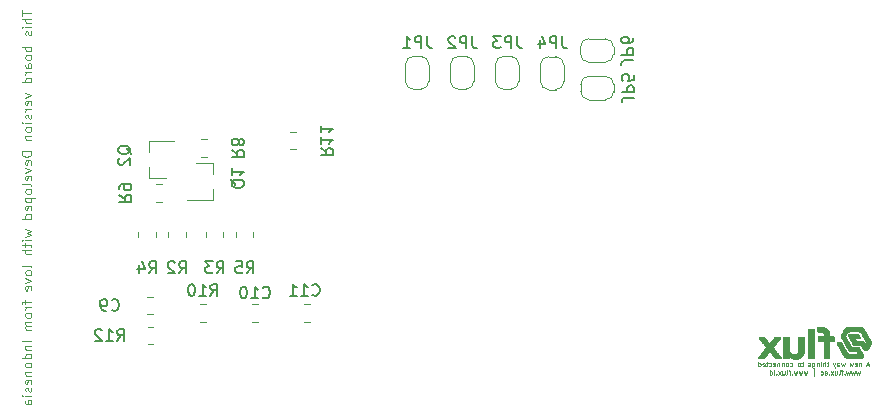
<source format=gbr>
%TF.GenerationSoftware,KiCad,Pcbnew,(5.1.9)-1*%
%TF.CreationDate,2021-09-13T16:04:34+07:00*%
%TF.ProjectId,Nano X ESP V3,4e616e6f-2058-4204-9553-502056332e6b,rev?*%
%TF.SameCoordinates,Original*%
%TF.FileFunction,Legend,Bot*%
%TF.FilePolarity,Positive*%
%FSLAX46Y46*%
G04 Gerber Fmt 4.6, Leading zero omitted, Abs format (unit mm)*
G04 Created by KiCad (PCBNEW (5.1.9)-1) date 2021-09-13 16:04:34*
%MOMM*%
%LPD*%
G01*
G04 APERTURE LIST*
%ADD10C,0.125000*%
%ADD11C,0.120000*%
%ADD12C,0.010000*%
%ADD13C,0.150000*%
%ADD14C,0.075000*%
%ADD15C,0.100000*%
G04 APERTURE END LIST*
D10*
X99256904Y-100732142D02*
X99256904Y-101189285D01*
X100056904Y-100960714D02*
X99256904Y-100960714D01*
X100056904Y-101455952D02*
X99256904Y-101455952D01*
X100056904Y-101798809D02*
X99637857Y-101798809D01*
X99561666Y-101760714D01*
X99523571Y-101684523D01*
X99523571Y-101570238D01*
X99561666Y-101494047D01*
X99599761Y-101455952D01*
X100056904Y-102179761D02*
X99523571Y-102179761D01*
X99256904Y-102179761D02*
X99295000Y-102141666D01*
X99333095Y-102179761D01*
X99295000Y-102217857D01*
X99256904Y-102179761D01*
X99333095Y-102179761D01*
X100018809Y-102522619D02*
X100056904Y-102598809D01*
X100056904Y-102751190D01*
X100018809Y-102827380D01*
X99942619Y-102865476D01*
X99904523Y-102865476D01*
X99828333Y-102827380D01*
X99790238Y-102751190D01*
X99790238Y-102636904D01*
X99752142Y-102560714D01*
X99675952Y-102522619D01*
X99637857Y-102522619D01*
X99561666Y-102560714D01*
X99523571Y-102636904D01*
X99523571Y-102751190D01*
X99561666Y-102827380D01*
X100056904Y-103817857D02*
X99256904Y-103817857D01*
X99561666Y-103817857D02*
X99523571Y-103894047D01*
X99523571Y-104046428D01*
X99561666Y-104122619D01*
X99599761Y-104160714D01*
X99675952Y-104198809D01*
X99904523Y-104198809D01*
X99980714Y-104160714D01*
X100018809Y-104122619D01*
X100056904Y-104046428D01*
X100056904Y-103894047D01*
X100018809Y-103817857D01*
X100056904Y-104655952D02*
X100018809Y-104579761D01*
X99980714Y-104541666D01*
X99904523Y-104503571D01*
X99675952Y-104503571D01*
X99599761Y-104541666D01*
X99561666Y-104579761D01*
X99523571Y-104655952D01*
X99523571Y-104770238D01*
X99561666Y-104846428D01*
X99599761Y-104884523D01*
X99675952Y-104922619D01*
X99904523Y-104922619D01*
X99980714Y-104884523D01*
X100018809Y-104846428D01*
X100056904Y-104770238D01*
X100056904Y-104655952D01*
X100056904Y-105608333D02*
X99637857Y-105608333D01*
X99561666Y-105570238D01*
X99523571Y-105494047D01*
X99523571Y-105341666D01*
X99561666Y-105265476D01*
X100018809Y-105608333D02*
X100056904Y-105532142D01*
X100056904Y-105341666D01*
X100018809Y-105265476D01*
X99942619Y-105227380D01*
X99866428Y-105227380D01*
X99790238Y-105265476D01*
X99752142Y-105341666D01*
X99752142Y-105532142D01*
X99714047Y-105608333D01*
X100056904Y-105989285D02*
X99523571Y-105989285D01*
X99675952Y-105989285D02*
X99599761Y-106027380D01*
X99561666Y-106065476D01*
X99523571Y-106141666D01*
X99523571Y-106217857D01*
X100056904Y-106827380D02*
X99256904Y-106827380D01*
X100018809Y-106827380D02*
X100056904Y-106751190D01*
X100056904Y-106598809D01*
X100018809Y-106522619D01*
X99980714Y-106484523D01*
X99904523Y-106446428D01*
X99675952Y-106446428D01*
X99599761Y-106484523D01*
X99561666Y-106522619D01*
X99523571Y-106598809D01*
X99523571Y-106751190D01*
X99561666Y-106827380D01*
X99523571Y-107741666D02*
X100056904Y-107932142D01*
X99523571Y-108122619D01*
X100018809Y-108732142D02*
X100056904Y-108655952D01*
X100056904Y-108503571D01*
X100018809Y-108427380D01*
X99942619Y-108389285D01*
X99637857Y-108389285D01*
X99561666Y-108427380D01*
X99523571Y-108503571D01*
X99523571Y-108655952D01*
X99561666Y-108732142D01*
X99637857Y-108770238D01*
X99714047Y-108770238D01*
X99790238Y-108389285D01*
X100056904Y-109113095D02*
X99523571Y-109113095D01*
X99675952Y-109113095D02*
X99599761Y-109151190D01*
X99561666Y-109189285D01*
X99523571Y-109265476D01*
X99523571Y-109341666D01*
X100018809Y-109570238D02*
X100056904Y-109646428D01*
X100056904Y-109798809D01*
X100018809Y-109875000D01*
X99942619Y-109913095D01*
X99904523Y-109913095D01*
X99828333Y-109875000D01*
X99790238Y-109798809D01*
X99790238Y-109684523D01*
X99752142Y-109608333D01*
X99675952Y-109570238D01*
X99637857Y-109570238D01*
X99561666Y-109608333D01*
X99523571Y-109684523D01*
X99523571Y-109798809D01*
X99561666Y-109875000D01*
X100056904Y-110255952D02*
X99523571Y-110255952D01*
X99256904Y-110255952D02*
X99295000Y-110217857D01*
X99333095Y-110255952D01*
X99295000Y-110294047D01*
X99256904Y-110255952D01*
X99333095Y-110255952D01*
X100056904Y-110751190D02*
X100018809Y-110675000D01*
X99980714Y-110636904D01*
X99904523Y-110598809D01*
X99675952Y-110598809D01*
X99599761Y-110636904D01*
X99561666Y-110675000D01*
X99523571Y-110751190D01*
X99523571Y-110865476D01*
X99561666Y-110941666D01*
X99599761Y-110979761D01*
X99675952Y-111017857D01*
X99904523Y-111017857D01*
X99980714Y-110979761D01*
X100018809Y-110941666D01*
X100056904Y-110865476D01*
X100056904Y-110751190D01*
X99523571Y-111360714D02*
X100056904Y-111360714D01*
X99599761Y-111360714D02*
X99561666Y-111398809D01*
X99523571Y-111475000D01*
X99523571Y-111589285D01*
X99561666Y-111665476D01*
X99637857Y-111703571D01*
X100056904Y-111703571D01*
X100056904Y-112694047D02*
X99256904Y-112694047D01*
X99256904Y-112884523D01*
X99295000Y-112998809D01*
X99371190Y-113075000D01*
X99447380Y-113113095D01*
X99599761Y-113151190D01*
X99714047Y-113151190D01*
X99866428Y-113113095D01*
X99942619Y-113075000D01*
X100018809Y-112998809D01*
X100056904Y-112884523D01*
X100056904Y-112694047D01*
X100018809Y-113798809D02*
X100056904Y-113722619D01*
X100056904Y-113570238D01*
X100018809Y-113494047D01*
X99942619Y-113455952D01*
X99637857Y-113455952D01*
X99561666Y-113494047D01*
X99523571Y-113570238D01*
X99523571Y-113722619D01*
X99561666Y-113798809D01*
X99637857Y-113836904D01*
X99714047Y-113836904D01*
X99790238Y-113455952D01*
X99523571Y-114103571D02*
X100056904Y-114294047D01*
X99523571Y-114484523D01*
X100018809Y-115094047D02*
X100056904Y-115017857D01*
X100056904Y-114865476D01*
X100018809Y-114789285D01*
X99942619Y-114751190D01*
X99637857Y-114751190D01*
X99561666Y-114789285D01*
X99523571Y-114865476D01*
X99523571Y-115017857D01*
X99561666Y-115094047D01*
X99637857Y-115132142D01*
X99714047Y-115132142D01*
X99790238Y-114751190D01*
X100056904Y-115589285D02*
X100018809Y-115513095D01*
X99942619Y-115475000D01*
X99256904Y-115475000D01*
X100056904Y-116008333D02*
X100018809Y-115932142D01*
X99980714Y-115894047D01*
X99904523Y-115855952D01*
X99675952Y-115855952D01*
X99599761Y-115894047D01*
X99561666Y-115932142D01*
X99523571Y-116008333D01*
X99523571Y-116122619D01*
X99561666Y-116198809D01*
X99599761Y-116236904D01*
X99675952Y-116275000D01*
X99904523Y-116275000D01*
X99980714Y-116236904D01*
X100018809Y-116198809D01*
X100056904Y-116122619D01*
X100056904Y-116008333D01*
X99523571Y-116617857D02*
X100323571Y-116617857D01*
X99561666Y-116617857D02*
X99523571Y-116694047D01*
X99523571Y-116846428D01*
X99561666Y-116922619D01*
X99599761Y-116960714D01*
X99675952Y-116998809D01*
X99904523Y-116998809D01*
X99980714Y-116960714D01*
X100018809Y-116922619D01*
X100056904Y-116846428D01*
X100056904Y-116694047D01*
X100018809Y-116617857D01*
X100018809Y-117646428D02*
X100056904Y-117570238D01*
X100056904Y-117417857D01*
X100018809Y-117341666D01*
X99942619Y-117303571D01*
X99637857Y-117303571D01*
X99561666Y-117341666D01*
X99523571Y-117417857D01*
X99523571Y-117570238D01*
X99561666Y-117646428D01*
X99637857Y-117684523D01*
X99714047Y-117684523D01*
X99790238Y-117303571D01*
X100056904Y-118370238D02*
X99256904Y-118370238D01*
X100018809Y-118370238D02*
X100056904Y-118294047D01*
X100056904Y-118141666D01*
X100018809Y-118065476D01*
X99980714Y-118027380D01*
X99904523Y-117989285D01*
X99675952Y-117989285D01*
X99599761Y-118027380D01*
X99561666Y-118065476D01*
X99523571Y-118141666D01*
X99523571Y-118294047D01*
X99561666Y-118370238D01*
X99523571Y-119284523D02*
X100056904Y-119436904D01*
X99675952Y-119589285D01*
X100056904Y-119741666D01*
X99523571Y-119894047D01*
X100056904Y-120198809D02*
X99523571Y-120198809D01*
X99256904Y-120198809D02*
X99295000Y-120160714D01*
X99333095Y-120198809D01*
X99295000Y-120236904D01*
X99256904Y-120198809D01*
X99333095Y-120198809D01*
X99523571Y-120465476D02*
X99523571Y-120770238D01*
X99256904Y-120579761D02*
X99942619Y-120579761D01*
X100018809Y-120617857D01*
X100056904Y-120694047D01*
X100056904Y-120770238D01*
X100056904Y-121036904D02*
X99256904Y-121036904D01*
X100056904Y-121379761D02*
X99637857Y-121379761D01*
X99561666Y-121341666D01*
X99523571Y-121265476D01*
X99523571Y-121151190D01*
X99561666Y-121075000D01*
X99599761Y-121036904D01*
X100056904Y-122484523D02*
X100018809Y-122408333D01*
X99942619Y-122370238D01*
X99256904Y-122370238D01*
X100056904Y-122903571D02*
X100018809Y-122827380D01*
X99980714Y-122789285D01*
X99904523Y-122751190D01*
X99675952Y-122751190D01*
X99599761Y-122789285D01*
X99561666Y-122827380D01*
X99523571Y-122903571D01*
X99523571Y-123017857D01*
X99561666Y-123094047D01*
X99599761Y-123132142D01*
X99675952Y-123170238D01*
X99904523Y-123170238D01*
X99980714Y-123132142D01*
X100018809Y-123094047D01*
X100056904Y-123017857D01*
X100056904Y-122903571D01*
X99523571Y-123436904D02*
X100056904Y-123627380D01*
X99523571Y-123817857D01*
X100018809Y-124427380D02*
X100056904Y-124351190D01*
X100056904Y-124198809D01*
X100018809Y-124122619D01*
X99942619Y-124084523D01*
X99637857Y-124084523D01*
X99561666Y-124122619D01*
X99523571Y-124198809D01*
X99523571Y-124351190D01*
X99561666Y-124427380D01*
X99637857Y-124465476D01*
X99714047Y-124465476D01*
X99790238Y-124084523D01*
X99523571Y-125303571D02*
X99523571Y-125608333D01*
X100056904Y-125417857D02*
X99371190Y-125417857D01*
X99295000Y-125455952D01*
X99256904Y-125532142D01*
X99256904Y-125608333D01*
X100056904Y-125875000D02*
X99523571Y-125875000D01*
X99675952Y-125875000D02*
X99599761Y-125913095D01*
X99561666Y-125951190D01*
X99523571Y-126027380D01*
X99523571Y-126103571D01*
X100056904Y-126484523D02*
X100018809Y-126408333D01*
X99980714Y-126370238D01*
X99904523Y-126332142D01*
X99675952Y-126332142D01*
X99599761Y-126370238D01*
X99561666Y-126408333D01*
X99523571Y-126484523D01*
X99523571Y-126598809D01*
X99561666Y-126675000D01*
X99599761Y-126713095D01*
X99675952Y-126751190D01*
X99904523Y-126751190D01*
X99980714Y-126713095D01*
X100018809Y-126675000D01*
X100056904Y-126598809D01*
X100056904Y-126484523D01*
X100056904Y-127094047D02*
X99523571Y-127094047D01*
X99599761Y-127094047D02*
X99561666Y-127132142D01*
X99523571Y-127208333D01*
X99523571Y-127322619D01*
X99561666Y-127398809D01*
X99637857Y-127436904D01*
X100056904Y-127436904D01*
X99637857Y-127436904D02*
X99561666Y-127475000D01*
X99523571Y-127551190D01*
X99523571Y-127665476D01*
X99561666Y-127741666D01*
X99637857Y-127779761D01*
X100056904Y-127779761D01*
X100056904Y-128770238D02*
X99256904Y-128770238D01*
X99523571Y-129151190D02*
X100056904Y-129151190D01*
X99599761Y-129151190D02*
X99561666Y-129189285D01*
X99523571Y-129265476D01*
X99523571Y-129379761D01*
X99561666Y-129455952D01*
X99637857Y-129494047D01*
X100056904Y-129494047D01*
X100056904Y-130217857D02*
X99256904Y-130217857D01*
X100018809Y-130217857D02*
X100056904Y-130141666D01*
X100056904Y-129989285D01*
X100018809Y-129913095D01*
X99980714Y-129875000D01*
X99904523Y-129836904D01*
X99675952Y-129836904D01*
X99599761Y-129875000D01*
X99561666Y-129913095D01*
X99523571Y-129989285D01*
X99523571Y-130141666D01*
X99561666Y-130217857D01*
X100056904Y-130713095D02*
X100018809Y-130636904D01*
X99980714Y-130598809D01*
X99904523Y-130560714D01*
X99675952Y-130560714D01*
X99599761Y-130598809D01*
X99561666Y-130636904D01*
X99523571Y-130713095D01*
X99523571Y-130827380D01*
X99561666Y-130903571D01*
X99599761Y-130941666D01*
X99675952Y-130979761D01*
X99904523Y-130979761D01*
X99980714Y-130941666D01*
X100018809Y-130903571D01*
X100056904Y-130827380D01*
X100056904Y-130713095D01*
X99523571Y-131322619D02*
X100056904Y-131322619D01*
X99599761Y-131322619D02*
X99561666Y-131360714D01*
X99523571Y-131436904D01*
X99523571Y-131551190D01*
X99561666Y-131627380D01*
X99637857Y-131665476D01*
X100056904Y-131665476D01*
X100018809Y-132351190D02*
X100056904Y-132275000D01*
X100056904Y-132122619D01*
X100018809Y-132046428D01*
X99942619Y-132008333D01*
X99637857Y-132008333D01*
X99561666Y-132046428D01*
X99523571Y-132122619D01*
X99523571Y-132275000D01*
X99561666Y-132351190D01*
X99637857Y-132389285D01*
X99714047Y-132389285D01*
X99790238Y-132008333D01*
X100018809Y-132694047D02*
X100056904Y-132770238D01*
X100056904Y-132922619D01*
X100018809Y-132998809D01*
X99942619Y-133036904D01*
X99904523Y-133036904D01*
X99828333Y-132998809D01*
X99790238Y-132922619D01*
X99790238Y-132808333D01*
X99752142Y-132732142D01*
X99675952Y-132694047D01*
X99637857Y-132694047D01*
X99561666Y-132732142D01*
X99523571Y-132808333D01*
X99523571Y-132922619D01*
X99561666Y-132998809D01*
X100056904Y-133379761D02*
X99523571Y-133379761D01*
X99256904Y-133379761D02*
X99295000Y-133341666D01*
X99333095Y-133379761D01*
X99295000Y-133417857D01*
X99256904Y-133379761D01*
X99333095Y-133379761D01*
X100056904Y-134103571D02*
X99637857Y-134103571D01*
X99561666Y-134065476D01*
X99523571Y-133989285D01*
X99523571Y-133836904D01*
X99561666Y-133760714D01*
X100018809Y-134103571D02*
X100056904Y-134027380D01*
X100056904Y-133836904D01*
X100018809Y-133760714D01*
X99942619Y-133722619D01*
X99866428Y-133722619D01*
X99790238Y-133760714D01*
X99752142Y-133836904D01*
X99752142Y-134027380D01*
X99714047Y-134103571D01*
D11*
%TO.C,JP6*%
X146540000Y-103840000D02*
X146540000Y-104440000D01*
X148640000Y-103140000D02*
X147240000Y-103140000D01*
X149340000Y-104440000D02*
X149340000Y-103840000D01*
X147240000Y-105140000D02*
X148640000Y-105140000D01*
X148640000Y-105140000D02*
G75*
G03*
X149340000Y-104440000I0J700000D01*
G01*
X149340000Y-103840000D02*
G75*
G03*
X148640000Y-103140000I-700000J0D01*
G01*
X147240000Y-103140000D02*
G75*
G03*
X146540000Y-103840000I0J-700000D01*
G01*
X146540000Y-104440000D02*
G75*
G03*
X147240000Y-105140000I700000J0D01*
G01*
%TO.C,JP4*%
X143145000Y-105360000D02*
X143145000Y-106760000D01*
X143845000Y-107460000D02*
X144445000Y-107460000D01*
X145145000Y-106760000D02*
X145145000Y-105360000D01*
X144445000Y-104660000D02*
X143845000Y-104660000D01*
X143845000Y-104660000D02*
G75*
G03*
X143145000Y-105360000I0J-700000D01*
G01*
X145145000Y-105360000D02*
G75*
G03*
X144445000Y-104660000I-700000J0D01*
G01*
X144445000Y-107460000D02*
G75*
G03*
X145145000Y-106760000I0J700000D01*
G01*
X143145000Y-106760000D02*
G75*
G03*
X143845000Y-107460000I700000J0D01*
G01*
%TO.C,JP1*%
X133015000Y-104630000D02*
X132415000Y-104630000D01*
X133715000Y-106730000D02*
X133715000Y-105330000D01*
X132415000Y-107430000D02*
X133015000Y-107430000D01*
X131715000Y-105330000D02*
X131715000Y-106730000D01*
X131715000Y-106730000D02*
G75*
G03*
X132415000Y-107430000I700000J0D01*
G01*
X133015000Y-107430000D02*
G75*
G03*
X133715000Y-106730000I0J700000D01*
G01*
X133715000Y-105330000D02*
G75*
G03*
X133015000Y-104630000I-700000J0D01*
G01*
X132415000Y-104630000D02*
G75*
G03*
X131715000Y-105330000I0J-700000D01*
G01*
%TO.C,JP3*%
X140635000Y-104630000D02*
X140035000Y-104630000D01*
X141335000Y-106730000D02*
X141335000Y-105330000D01*
X140035000Y-107430000D02*
X140635000Y-107430000D01*
X139335000Y-105330000D02*
X139335000Y-106730000D01*
X139335000Y-106730000D02*
G75*
G03*
X140035000Y-107430000I700000J0D01*
G01*
X140635000Y-107430000D02*
G75*
G03*
X141335000Y-106730000I0J700000D01*
G01*
X141335000Y-105330000D02*
G75*
G03*
X140635000Y-104630000I-700000J0D01*
G01*
X140035000Y-104630000D02*
G75*
G03*
X139335000Y-105330000I0J-700000D01*
G01*
%TO.C,JP5*%
X147255000Y-108315000D02*
X148655000Y-108315000D01*
X149355000Y-107615000D02*
X149355000Y-107015000D01*
X148655000Y-106315000D02*
X147255000Y-106315000D01*
X146555000Y-107015000D02*
X146555000Y-107615000D01*
X146555000Y-107615000D02*
G75*
G03*
X147255000Y-108315000I700000J0D01*
G01*
X147255000Y-106315000D02*
G75*
G03*
X146555000Y-107015000I0J-700000D01*
G01*
X149355000Y-107015000D02*
G75*
G03*
X148655000Y-106315000I-700000J0D01*
G01*
X148655000Y-108315000D02*
G75*
G03*
X149355000Y-107615000I0J700000D01*
G01*
%TO.C,R8*%
X114437936Y-111660000D02*
X114892064Y-111660000D01*
X114437936Y-113130000D02*
X114892064Y-113130000D01*
%TO.C,C9*%
X110348752Y-126465000D02*
X109826248Y-126465000D01*
X110348752Y-124995000D02*
X109826248Y-124995000D01*
%TO.C,C11*%
X123683752Y-127100000D02*
X123161248Y-127100000D01*
X123683752Y-125630000D02*
X123161248Y-125630000D01*
%TO.C,JP2*%
X135525000Y-105330000D02*
X135525000Y-106730000D01*
X136225000Y-107430000D02*
X136825000Y-107430000D01*
X137525000Y-106730000D02*
X137525000Y-105330000D01*
X136825000Y-104630000D02*
X136225000Y-104630000D01*
X136225000Y-104630000D02*
G75*
G03*
X135525000Y-105330000I0J-700000D01*
G01*
X137525000Y-105330000D02*
G75*
G03*
X136825000Y-104630000I-700000J0D01*
G01*
X136825000Y-107430000D02*
G75*
G03*
X137525000Y-106730000I0J700000D01*
G01*
X135525000Y-106730000D02*
G75*
G03*
X136225000Y-107430000I700000J0D01*
G01*
%TO.C,R2*%
X109120000Y-119972064D02*
X109120000Y-119517936D01*
X110590000Y-119972064D02*
X110590000Y-119517936D01*
%TO.C,R3*%
X116305000Y-119972064D02*
X116305000Y-119517936D01*
X114835000Y-119972064D02*
X114835000Y-119517936D01*
%TO.C,R4*%
X111660000Y-119517936D02*
X111660000Y-119972064D01*
X113130000Y-119517936D02*
X113130000Y-119972064D01*
%TO.C,R5*%
X118845000Y-119517936D02*
X118845000Y-119972064D01*
X117375000Y-119517936D02*
X117375000Y-119972064D01*
%TO.C,R10*%
X114342936Y-125630000D02*
X114797064Y-125630000D01*
X114342936Y-127100000D02*
X114797064Y-127100000D01*
%TO.C,R11*%
X121962936Y-112495000D02*
X122417064Y-112495000D01*
X121962936Y-111025000D02*
X122417064Y-111025000D01*
%TO.C,R12*%
X109897936Y-127535000D02*
X110352064Y-127535000D01*
X109897936Y-129005000D02*
X110352064Y-129005000D01*
%TO.C,Q1*%
X115425000Y-113675000D02*
X115425000Y-114605000D01*
X115425000Y-116835000D02*
X115425000Y-115905000D01*
X115425000Y-116835000D02*
X113265000Y-116835000D01*
X115425000Y-113675000D02*
X113965000Y-113675000D01*
%TO.C,Q2*%
X110000000Y-114930000D02*
X111460000Y-114930000D01*
X110000000Y-111770000D02*
X112160000Y-111770000D01*
X110000000Y-111770000D02*
X110000000Y-112700000D01*
X110000000Y-114930000D02*
X110000000Y-114000000D01*
%TO.C,R9*%
X110627936Y-115470000D02*
X111082064Y-115470000D01*
X110627936Y-116940000D02*
X111082064Y-116940000D01*
%TO.C,C10*%
X119238752Y-127100000D02*
X118716248Y-127100000D01*
X119238752Y-125630000D02*
X118716248Y-125630000D01*
D12*
%TO.C,.2*%
G36*
X169015619Y-127594187D02*
G01*
X168991215Y-127606915D01*
X168968836Y-127620418D01*
X168947697Y-127635743D01*
X168927017Y-127653938D01*
X168906011Y-127676049D01*
X168883898Y-127703125D01*
X168859894Y-127736211D01*
X168833216Y-127776356D01*
X168803082Y-127824605D01*
X168768709Y-127882008D01*
X168729314Y-127949610D01*
X168684113Y-128028459D01*
X168662289Y-128066800D01*
X168579800Y-128211943D01*
X168579800Y-128273629D01*
X168582219Y-128322374D01*
X168589795Y-128360809D01*
X168593428Y-128371600D01*
X168600038Y-128386336D01*
X168612870Y-128412244D01*
X168631304Y-128448189D01*
X168654725Y-128493040D01*
X168682514Y-128545664D01*
X168714055Y-128604927D01*
X168748731Y-128669698D01*
X168785923Y-128738843D01*
X168825016Y-128811230D01*
X168865392Y-128885725D01*
X168906434Y-128961196D01*
X168947524Y-129036510D01*
X168988045Y-129110535D01*
X169027381Y-129182137D01*
X169064913Y-129250184D01*
X169100025Y-129313542D01*
X169132100Y-129371080D01*
X169160520Y-129421664D01*
X169184669Y-129464162D01*
X169203928Y-129497440D01*
X169217681Y-129520366D01*
X169225311Y-129531807D01*
X169225929Y-129532503D01*
X169238594Y-129544976D01*
X169250283Y-129555232D01*
X169262516Y-129563498D01*
X169276812Y-129570007D01*
X169294690Y-129574987D01*
X169317671Y-129578671D01*
X169347274Y-129581287D01*
X169385019Y-129583066D01*
X169432425Y-129584239D01*
X169491011Y-129585036D01*
X169562299Y-129585687D01*
X169577657Y-129585816D01*
X169849800Y-129588088D01*
X169920094Y-129698301D01*
X169990388Y-129808515D01*
X169876551Y-129810858D01*
X169843674Y-129811253D01*
X169798624Y-129811378D01*
X169743741Y-129811246D01*
X169681363Y-129810873D01*
X169613830Y-129810274D01*
X169543479Y-129809464D01*
X169472651Y-129808456D01*
X169457154Y-129808208D01*
X169151595Y-129803214D01*
X169091089Y-129700636D01*
X169075940Y-129674781D01*
X169054479Y-129637903D01*
X169027614Y-129591573D01*
X168996250Y-129537360D01*
X168961296Y-129476834D01*
X168923659Y-129411565D01*
X168884244Y-129343123D01*
X168843959Y-129273077D01*
X168822198Y-129235200D01*
X168783546Y-129168067D01*
X168746594Y-129104209D01*
X168712048Y-129044829D01*
X168680618Y-128991131D01*
X168653012Y-128944316D01*
X168629939Y-128905587D01*
X168612108Y-128876148D01*
X168600226Y-128857202D01*
X168595621Y-128850572D01*
X168577431Y-128828800D01*
X168436795Y-128826569D01*
X168388192Y-128825864D01*
X168351905Y-128825637D01*
X168325742Y-128826078D01*
X168307507Y-128827376D01*
X168295007Y-128829722D01*
X168286048Y-128833307D01*
X168278434Y-128838319D01*
X168275564Y-128840538D01*
X168265423Y-128849147D01*
X168259568Y-128857723D01*
X168257164Y-128870037D01*
X168257373Y-128889859D01*
X168258975Y-128915341D01*
X168259997Y-128931152D01*
X168261047Y-128945288D01*
X168262576Y-128958644D01*
X168265037Y-128972117D01*
X168268881Y-128986600D01*
X168274559Y-129002990D01*
X168282523Y-129022182D01*
X168293224Y-129045072D01*
X168307115Y-129072555D01*
X168324647Y-129105526D01*
X168346271Y-129144881D01*
X168372439Y-129191515D01*
X168403602Y-129246323D01*
X168440213Y-129310202D01*
X168482722Y-129384046D01*
X168531582Y-129468751D01*
X168583165Y-129558143D01*
X168636075Y-129649714D01*
X168682399Y-129729549D01*
X168722694Y-129798542D01*
X168757521Y-129857592D01*
X168787437Y-129907594D01*
X168813003Y-129949446D01*
X168834777Y-129984043D01*
X168853317Y-130012282D01*
X168869183Y-130035059D01*
X168882934Y-130053272D01*
X168895128Y-130067816D01*
X168906325Y-130079589D01*
X168911068Y-130084111D01*
X168952794Y-130118588D01*
X168993755Y-130142551D01*
X169038544Y-130158004D01*
X169091752Y-130166948D01*
X169103691Y-130168122D01*
X169120448Y-130168980D01*
X169149896Y-130169775D01*
X169190668Y-130170503D01*
X169241398Y-130171164D01*
X169300721Y-130171754D01*
X169367270Y-130172272D01*
X169439680Y-130172715D01*
X169516583Y-130173082D01*
X169596615Y-130173370D01*
X169678409Y-130173577D01*
X169760599Y-130173701D01*
X169841819Y-130173740D01*
X169920704Y-130173692D01*
X169995886Y-130173554D01*
X170066000Y-130173326D01*
X170129680Y-130173003D01*
X170185561Y-130172585D01*
X170232274Y-130172069D01*
X170268456Y-130171453D01*
X170292740Y-130170735D01*
X170303371Y-130169987D01*
X170362067Y-130154472D01*
X170409709Y-130129930D01*
X170445908Y-130097181D01*
X170470275Y-130057044D01*
X170482422Y-130010339D01*
X170481958Y-129957884D01*
X170468495Y-129900499D01*
X170451396Y-129858401D01*
X170442560Y-129841951D01*
X170427038Y-129815448D01*
X170405856Y-129780491D01*
X170380038Y-129738680D01*
X170350609Y-129691614D01*
X170318594Y-129640892D01*
X170285019Y-129588115D01*
X170250908Y-129534882D01*
X170217286Y-129482792D01*
X170185177Y-129433445D01*
X170155608Y-129388441D01*
X170129603Y-129349378D01*
X170108187Y-129317858D01*
X170092384Y-129295478D01*
X170083256Y-129283877D01*
X170063518Y-129267064D01*
X170037439Y-129249652D01*
X170020433Y-129240334D01*
X169980428Y-129220686D01*
X169720471Y-129217058D01*
X169460514Y-129213429D01*
X169210262Y-128751454D01*
X168960011Y-128289479D01*
X169012099Y-128196283D01*
X169036442Y-128153176D01*
X169063964Y-128105153D01*
X169091248Y-128058140D01*
X169114385Y-128018888D01*
X169164583Y-127934691D01*
X169467277Y-127930254D01*
X169543767Y-127929364D01*
X169625616Y-127928822D01*
X169709439Y-127928623D01*
X169791853Y-127928761D01*
X169869474Y-127929233D01*
X169938917Y-127930033D01*
X169990131Y-127930995D01*
X170210291Y-127936172D01*
X170226285Y-127954769D01*
X170235121Y-127967236D01*
X170249374Y-127989871D01*
X170267495Y-128020110D01*
X170287940Y-128055386D01*
X170302842Y-128081769D01*
X170359309Y-128182453D01*
X170413720Y-128278707D01*
X170464885Y-128368447D01*
X170511617Y-128449591D01*
X170552729Y-128520056D01*
X170553527Y-128521412D01*
X170576580Y-128560662D01*
X170599894Y-128600496D01*
X170621180Y-128636995D01*
X170638151Y-128666240D01*
X170642517Y-128673812D01*
X170659430Y-128703061D01*
X170680585Y-128739441D01*
X170702856Y-128777580D01*
X170717175Y-128802007D01*
X170761115Y-128876815D01*
X170727818Y-128939893D01*
X170705979Y-128980167D01*
X170689217Y-129008279D01*
X170676689Y-129025322D01*
X170667550Y-129032385D01*
X170660956Y-129030559D01*
X170659305Y-129028372D01*
X170653344Y-129019364D01*
X170640470Y-129000302D01*
X170621983Y-128973098D01*
X170599185Y-128939664D01*
X170573375Y-128901913D01*
X170563237Y-128887108D01*
X170532030Y-128841981D01*
X170507249Y-128807310D01*
X170487462Y-128781350D01*
X170471235Y-128762353D01*
X170457137Y-128748574D01*
X170443735Y-128738265D01*
X170438224Y-128734708D01*
X170402533Y-128712686D01*
X170166081Y-128708069D01*
X170106445Y-128706907D01*
X170049337Y-128705801D01*
X169996942Y-128704791D01*
X169951445Y-128703919D01*
X169915031Y-128703229D01*
X169889886Y-128702760D01*
X169882413Y-128702626D01*
X169835197Y-128701800D01*
X169775370Y-128593970D01*
X169755664Y-128558193D01*
X169738691Y-128526878D01*
X169725607Y-128502200D01*
X169717567Y-128486333D01*
X169715542Y-128481485D01*
X169722513Y-128480353D01*
X169742278Y-128479320D01*
X169773118Y-128478421D01*
X169813315Y-128477691D01*
X169861147Y-128477164D01*
X169914896Y-128476874D01*
X169947244Y-128476829D01*
X170178946Y-128476829D01*
X170193987Y-128457707D01*
X170204507Y-128440462D01*
X170209025Y-128425377D01*
X170209028Y-128425096D01*
X170205890Y-128414936D01*
X170197094Y-128393870D01*
X170183567Y-128363923D01*
X170166237Y-128327124D01*
X170146032Y-128285499D01*
X170134642Y-128262512D01*
X170060257Y-128113418D01*
X169682885Y-128115509D01*
X169305514Y-128117600D01*
X169267232Y-128138810D01*
X169231083Y-128164949D01*
X169207555Y-128196920D01*
X169196895Y-128228126D01*
X169194701Y-128241620D01*
X169194228Y-128255554D01*
X169195977Y-128271049D01*
X169200455Y-128289228D01*
X169208163Y-128311210D01*
X169219607Y-128338117D01*
X169235291Y-128371071D01*
X169255717Y-128411192D01*
X169281390Y-128459601D01*
X169312814Y-128517421D01*
X169350493Y-128585771D01*
X169387984Y-128653291D01*
X169423523Y-128716989D01*
X169457458Y-128777478D01*
X169489038Y-128833442D01*
X169517514Y-128883565D01*
X169542133Y-128926532D01*
X169562145Y-128961027D01*
X169576798Y-128985735D01*
X169585342Y-128999340D01*
X169586311Y-129000691D01*
X169603339Y-129017980D01*
X169627198Y-129036315D01*
X169643913Y-129046701D01*
X169682885Y-129068286D01*
X169965108Y-129071915D01*
X170247330Y-129075543D01*
X170378765Y-129269132D01*
X170411434Y-129317041D01*
X170442187Y-129361744D01*
X170469903Y-129401642D01*
X170493462Y-129435136D01*
X170511740Y-129460625D01*
X170523618Y-129476511D01*
X170526900Y-129480452D01*
X170542743Y-129493974D01*
X170565496Y-129509659D01*
X170581328Y-129519091D01*
X170604258Y-129530518D01*
X170625032Y-129536853D01*
X170649752Y-129539467D01*
X170673485Y-129539816D01*
X170706043Y-129538652D01*
X170730615Y-129534473D01*
X170753641Y-129525863D01*
X170766962Y-129519258D01*
X170788851Y-129506776D01*
X170808898Y-129492565D01*
X170828204Y-129475190D01*
X170847868Y-129453218D01*
X170868988Y-129425217D01*
X170892664Y-129389753D01*
X170919996Y-129345393D01*
X170952083Y-129290704D01*
X170980905Y-129240327D01*
X171019546Y-129171659D01*
X171051176Y-129113686D01*
X171076432Y-129064767D01*
X171095951Y-129023261D01*
X171110371Y-128987527D01*
X171120328Y-128955925D01*
X171126459Y-128926813D01*
X171129401Y-128898550D01*
X171129793Y-128869496D01*
X171129401Y-128857832D01*
X171127359Y-128824243D01*
X171123681Y-128798825D01*
X171116844Y-128775726D01*
X171105325Y-128749095D01*
X171096197Y-128730331D01*
X171077658Y-128694199D01*
X171055685Y-128653283D01*
X171034387Y-128615198D01*
X171029910Y-128607458D01*
X171003023Y-128561344D01*
X170982427Y-128525951D01*
X170967085Y-128499469D01*
X170955959Y-128480088D01*
X170948014Y-128465999D01*
X170942213Y-128455395D01*
X170937519Y-128446464D01*
X170936341Y-128444172D01*
X170924201Y-128422450D01*
X170912724Y-128404258D01*
X170904928Y-128391964D01*
X170891445Y-128369701D01*
X170873444Y-128339480D01*
X170852094Y-128303309D01*
X170828566Y-128263197D01*
X170804029Y-128221155D01*
X170779652Y-128179191D01*
X170756605Y-128139316D01*
X170736058Y-128103539D01*
X170719180Y-128073869D01*
X170707141Y-128052315D01*
X170701110Y-128040888D01*
X170700755Y-128040067D01*
X170693710Y-128025270D01*
X170680423Y-128000528D01*
X170662302Y-127968227D01*
X170640759Y-127930755D01*
X170617202Y-127890499D01*
X170593043Y-127849846D01*
X170569690Y-127811184D01*
X170548555Y-127776900D01*
X170531046Y-127749380D01*
X170518575Y-127731012D01*
X170516832Y-127728677D01*
X170485104Y-127691166D01*
X170449762Y-127655768D01*
X170414245Y-127625590D01*
X170381992Y-127603740D01*
X170373917Y-127599490D01*
X170361741Y-127593782D01*
X170349651Y-127588774D01*
X170336656Y-127584420D01*
X170321768Y-127580674D01*
X170303996Y-127577489D01*
X170282353Y-127574820D01*
X170255849Y-127572621D01*
X170223494Y-127570844D01*
X170184300Y-127569443D01*
X170137277Y-127568373D01*
X170081436Y-127567587D01*
X170015788Y-127567039D01*
X169939344Y-127566683D01*
X169851114Y-127566472D01*
X169750109Y-127566360D01*
X169664368Y-127566313D01*
X169072536Y-127566058D01*
X169015619Y-127594187D01*
G37*
X169015619Y-127594187D02*
X168991215Y-127606915D01*
X168968836Y-127620418D01*
X168947697Y-127635743D01*
X168927017Y-127653938D01*
X168906011Y-127676049D01*
X168883898Y-127703125D01*
X168859894Y-127736211D01*
X168833216Y-127776356D01*
X168803082Y-127824605D01*
X168768709Y-127882008D01*
X168729314Y-127949610D01*
X168684113Y-128028459D01*
X168662289Y-128066800D01*
X168579800Y-128211943D01*
X168579800Y-128273629D01*
X168582219Y-128322374D01*
X168589795Y-128360809D01*
X168593428Y-128371600D01*
X168600038Y-128386336D01*
X168612870Y-128412244D01*
X168631304Y-128448189D01*
X168654725Y-128493040D01*
X168682514Y-128545664D01*
X168714055Y-128604927D01*
X168748731Y-128669698D01*
X168785923Y-128738843D01*
X168825016Y-128811230D01*
X168865392Y-128885725D01*
X168906434Y-128961196D01*
X168947524Y-129036510D01*
X168988045Y-129110535D01*
X169027381Y-129182137D01*
X169064913Y-129250184D01*
X169100025Y-129313542D01*
X169132100Y-129371080D01*
X169160520Y-129421664D01*
X169184669Y-129464162D01*
X169203928Y-129497440D01*
X169217681Y-129520366D01*
X169225311Y-129531807D01*
X169225929Y-129532503D01*
X169238594Y-129544976D01*
X169250283Y-129555232D01*
X169262516Y-129563498D01*
X169276812Y-129570007D01*
X169294690Y-129574987D01*
X169317671Y-129578671D01*
X169347274Y-129581287D01*
X169385019Y-129583066D01*
X169432425Y-129584239D01*
X169491011Y-129585036D01*
X169562299Y-129585687D01*
X169577657Y-129585816D01*
X169849800Y-129588088D01*
X169920094Y-129698301D01*
X169990388Y-129808515D01*
X169876551Y-129810858D01*
X169843674Y-129811253D01*
X169798624Y-129811378D01*
X169743741Y-129811246D01*
X169681363Y-129810873D01*
X169613830Y-129810274D01*
X169543479Y-129809464D01*
X169472651Y-129808456D01*
X169457154Y-129808208D01*
X169151595Y-129803214D01*
X169091089Y-129700636D01*
X169075940Y-129674781D01*
X169054479Y-129637903D01*
X169027614Y-129591573D01*
X168996250Y-129537360D01*
X168961296Y-129476834D01*
X168923659Y-129411565D01*
X168884244Y-129343123D01*
X168843959Y-129273077D01*
X168822198Y-129235200D01*
X168783546Y-129168067D01*
X168746594Y-129104209D01*
X168712048Y-129044829D01*
X168680618Y-128991131D01*
X168653012Y-128944316D01*
X168629939Y-128905587D01*
X168612108Y-128876148D01*
X168600226Y-128857202D01*
X168595621Y-128850572D01*
X168577431Y-128828800D01*
X168436795Y-128826569D01*
X168388192Y-128825864D01*
X168351905Y-128825637D01*
X168325742Y-128826078D01*
X168307507Y-128827376D01*
X168295007Y-128829722D01*
X168286048Y-128833307D01*
X168278434Y-128838319D01*
X168275564Y-128840538D01*
X168265423Y-128849147D01*
X168259568Y-128857723D01*
X168257164Y-128870037D01*
X168257373Y-128889859D01*
X168258975Y-128915341D01*
X168259997Y-128931152D01*
X168261047Y-128945288D01*
X168262576Y-128958644D01*
X168265037Y-128972117D01*
X168268881Y-128986600D01*
X168274559Y-129002990D01*
X168282523Y-129022182D01*
X168293224Y-129045072D01*
X168307115Y-129072555D01*
X168324647Y-129105526D01*
X168346271Y-129144881D01*
X168372439Y-129191515D01*
X168403602Y-129246323D01*
X168440213Y-129310202D01*
X168482722Y-129384046D01*
X168531582Y-129468751D01*
X168583165Y-129558143D01*
X168636075Y-129649714D01*
X168682399Y-129729549D01*
X168722694Y-129798542D01*
X168757521Y-129857592D01*
X168787437Y-129907594D01*
X168813003Y-129949446D01*
X168834777Y-129984043D01*
X168853317Y-130012282D01*
X168869183Y-130035059D01*
X168882934Y-130053272D01*
X168895128Y-130067816D01*
X168906325Y-130079589D01*
X168911068Y-130084111D01*
X168952794Y-130118588D01*
X168993755Y-130142551D01*
X169038544Y-130158004D01*
X169091752Y-130166948D01*
X169103691Y-130168122D01*
X169120448Y-130168980D01*
X169149896Y-130169775D01*
X169190668Y-130170503D01*
X169241398Y-130171164D01*
X169300721Y-130171754D01*
X169367270Y-130172272D01*
X169439680Y-130172715D01*
X169516583Y-130173082D01*
X169596615Y-130173370D01*
X169678409Y-130173577D01*
X169760599Y-130173701D01*
X169841819Y-130173740D01*
X169920704Y-130173692D01*
X169995886Y-130173554D01*
X170066000Y-130173326D01*
X170129680Y-130173003D01*
X170185561Y-130172585D01*
X170232274Y-130172069D01*
X170268456Y-130171453D01*
X170292740Y-130170735D01*
X170303371Y-130169987D01*
X170362067Y-130154472D01*
X170409709Y-130129930D01*
X170445908Y-130097181D01*
X170470275Y-130057044D01*
X170482422Y-130010339D01*
X170481958Y-129957884D01*
X170468495Y-129900499D01*
X170451396Y-129858401D01*
X170442560Y-129841951D01*
X170427038Y-129815448D01*
X170405856Y-129780491D01*
X170380038Y-129738680D01*
X170350609Y-129691614D01*
X170318594Y-129640892D01*
X170285019Y-129588115D01*
X170250908Y-129534882D01*
X170217286Y-129482792D01*
X170185177Y-129433445D01*
X170155608Y-129388441D01*
X170129603Y-129349378D01*
X170108187Y-129317858D01*
X170092384Y-129295478D01*
X170083256Y-129283877D01*
X170063518Y-129267064D01*
X170037439Y-129249652D01*
X170020433Y-129240334D01*
X169980428Y-129220686D01*
X169720471Y-129217058D01*
X169460514Y-129213429D01*
X169210262Y-128751454D01*
X168960011Y-128289479D01*
X169012099Y-128196283D01*
X169036442Y-128153176D01*
X169063964Y-128105153D01*
X169091248Y-128058140D01*
X169114385Y-128018888D01*
X169164583Y-127934691D01*
X169467277Y-127930254D01*
X169543767Y-127929364D01*
X169625616Y-127928822D01*
X169709439Y-127928623D01*
X169791853Y-127928761D01*
X169869474Y-127929233D01*
X169938917Y-127930033D01*
X169990131Y-127930995D01*
X170210291Y-127936172D01*
X170226285Y-127954769D01*
X170235121Y-127967236D01*
X170249374Y-127989871D01*
X170267495Y-128020110D01*
X170287940Y-128055386D01*
X170302842Y-128081769D01*
X170359309Y-128182453D01*
X170413720Y-128278707D01*
X170464885Y-128368447D01*
X170511617Y-128449591D01*
X170552729Y-128520056D01*
X170553527Y-128521412D01*
X170576580Y-128560662D01*
X170599894Y-128600496D01*
X170621180Y-128636995D01*
X170638151Y-128666240D01*
X170642517Y-128673812D01*
X170659430Y-128703061D01*
X170680585Y-128739441D01*
X170702856Y-128777580D01*
X170717175Y-128802007D01*
X170761115Y-128876815D01*
X170727818Y-128939893D01*
X170705979Y-128980167D01*
X170689217Y-129008279D01*
X170676689Y-129025322D01*
X170667550Y-129032385D01*
X170660956Y-129030559D01*
X170659305Y-129028372D01*
X170653344Y-129019364D01*
X170640470Y-129000302D01*
X170621983Y-128973098D01*
X170599185Y-128939664D01*
X170573375Y-128901913D01*
X170563237Y-128887108D01*
X170532030Y-128841981D01*
X170507249Y-128807310D01*
X170487462Y-128781350D01*
X170471235Y-128762353D01*
X170457137Y-128748574D01*
X170443735Y-128738265D01*
X170438224Y-128734708D01*
X170402533Y-128712686D01*
X170166081Y-128708069D01*
X170106445Y-128706907D01*
X170049337Y-128705801D01*
X169996942Y-128704791D01*
X169951445Y-128703919D01*
X169915031Y-128703229D01*
X169889886Y-128702760D01*
X169882413Y-128702626D01*
X169835197Y-128701800D01*
X169775370Y-128593970D01*
X169755664Y-128558193D01*
X169738691Y-128526878D01*
X169725607Y-128502200D01*
X169717567Y-128486333D01*
X169715542Y-128481485D01*
X169722513Y-128480353D01*
X169742278Y-128479320D01*
X169773118Y-128478421D01*
X169813315Y-128477691D01*
X169861147Y-128477164D01*
X169914896Y-128476874D01*
X169947244Y-128476829D01*
X170178946Y-128476829D01*
X170193987Y-128457707D01*
X170204507Y-128440462D01*
X170209025Y-128425377D01*
X170209028Y-128425096D01*
X170205890Y-128414936D01*
X170197094Y-128393870D01*
X170183567Y-128363923D01*
X170166237Y-128327124D01*
X170146032Y-128285499D01*
X170134642Y-128262512D01*
X170060257Y-128113418D01*
X169682885Y-128115509D01*
X169305514Y-128117600D01*
X169267232Y-128138810D01*
X169231083Y-128164949D01*
X169207555Y-128196920D01*
X169196895Y-128228126D01*
X169194701Y-128241620D01*
X169194228Y-128255554D01*
X169195977Y-128271049D01*
X169200455Y-128289228D01*
X169208163Y-128311210D01*
X169219607Y-128338117D01*
X169235291Y-128371071D01*
X169255717Y-128411192D01*
X169281390Y-128459601D01*
X169312814Y-128517421D01*
X169350493Y-128585771D01*
X169387984Y-128653291D01*
X169423523Y-128716989D01*
X169457458Y-128777478D01*
X169489038Y-128833442D01*
X169517514Y-128883565D01*
X169542133Y-128926532D01*
X169562145Y-128961027D01*
X169576798Y-128985735D01*
X169585342Y-128999340D01*
X169586311Y-129000691D01*
X169603339Y-129017980D01*
X169627198Y-129036315D01*
X169643913Y-129046701D01*
X169682885Y-129068286D01*
X169965108Y-129071915D01*
X170247330Y-129075543D01*
X170378765Y-129269132D01*
X170411434Y-129317041D01*
X170442187Y-129361744D01*
X170469903Y-129401642D01*
X170493462Y-129435136D01*
X170511740Y-129460625D01*
X170523618Y-129476511D01*
X170526900Y-129480452D01*
X170542743Y-129493974D01*
X170565496Y-129509659D01*
X170581328Y-129519091D01*
X170604258Y-129530518D01*
X170625032Y-129536853D01*
X170649752Y-129539467D01*
X170673485Y-129539816D01*
X170706043Y-129538652D01*
X170730615Y-129534473D01*
X170753641Y-129525863D01*
X170766962Y-129519258D01*
X170788851Y-129506776D01*
X170808898Y-129492565D01*
X170828204Y-129475190D01*
X170847868Y-129453218D01*
X170868988Y-129425217D01*
X170892664Y-129389753D01*
X170919996Y-129345393D01*
X170952083Y-129290704D01*
X170980905Y-129240327D01*
X171019546Y-129171659D01*
X171051176Y-129113686D01*
X171076432Y-129064767D01*
X171095951Y-129023261D01*
X171110371Y-128987527D01*
X171120328Y-128955925D01*
X171126459Y-128926813D01*
X171129401Y-128898550D01*
X171129793Y-128869496D01*
X171129401Y-128857832D01*
X171127359Y-128824243D01*
X171123681Y-128798825D01*
X171116844Y-128775726D01*
X171105325Y-128749095D01*
X171096197Y-128730331D01*
X171077658Y-128694199D01*
X171055685Y-128653283D01*
X171034387Y-128615198D01*
X171029910Y-128607458D01*
X171003023Y-128561344D01*
X170982427Y-128525951D01*
X170967085Y-128499469D01*
X170955959Y-128480088D01*
X170948014Y-128465999D01*
X170942213Y-128455395D01*
X170937519Y-128446464D01*
X170936341Y-128444172D01*
X170924201Y-128422450D01*
X170912724Y-128404258D01*
X170904928Y-128391964D01*
X170891445Y-128369701D01*
X170873444Y-128339480D01*
X170852094Y-128303309D01*
X170828566Y-128263197D01*
X170804029Y-128221155D01*
X170779652Y-128179191D01*
X170756605Y-128139316D01*
X170736058Y-128103539D01*
X170719180Y-128073869D01*
X170707141Y-128052315D01*
X170701110Y-128040888D01*
X170700755Y-128040067D01*
X170693710Y-128025270D01*
X170680423Y-128000528D01*
X170662302Y-127968227D01*
X170640759Y-127930755D01*
X170617202Y-127890499D01*
X170593043Y-127849846D01*
X170569690Y-127811184D01*
X170548555Y-127776900D01*
X170531046Y-127749380D01*
X170518575Y-127731012D01*
X170516832Y-127728677D01*
X170485104Y-127691166D01*
X170449762Y-127655768D01*
X170414245Y-127625590D01*
X170381992Y-127603740D01*
X170373917Y-127599490D01*
X170361741Y-127593782D01*
X170349651Y-127588774D01*
X170336656Y-127584420D01*
X170321768Y-127580674D01*
X170303996Y-127577489D01*
X170282353Y-127574820D01*
X170255849Y-127572621D01*
X170223494Y-127570844D01*
X170184300Y-127569443D01*
X170137277Y-127568373D01*
X170081436Y-127567587D01*
X170015788Y-127567039D01*
X169939344Y-127566683D01*
X169851114Y-127566472D01*
X169750109Y-127566360D01*
X169664368Y-127566313D01*
X169072536Y-127566058D01*
X169015619Y-127594187D01*
G36*
X166605131Y-127594360D02*
G01*
X166580457Y-127619035D01*
X166580457Y-127897709D01*
X166605131Y-127922383D01*
X166629805Y-127947058D01*
X166781941Y-127947058D01*
X166846164Y-127947458D01*
X166898023Y-127948829D01*
X166939651Y-127951421D01*
X166973182Y-127955485D01*
X167000747Y-127961273D01*
X167024479Y-127969038D01*
X167044543Y-127978033D01*
X167077434Y-127999161D01*
X167103521Y-128026904D01*
X167123406Y-128062724D01*
X167137691Y-128108079D01*
X167146978Y-128164430D01*
X167151869Y-128233235D01*
X167152071Y-128238790D01*
X167155720Y-128345465D01*
X166913445Y-128347647D01*
X166846960Y-128348308D01*
X166793439Y-128349026D01*
X166751333Y-128349891D01*
X166719091Y-128350992D01*
X166695164Y-128352417D01*
X166678001Y-128354255D01*
X166666052Y-128356595D01*
X166657769Y-128359527D01*
X166652332Y-128362631D01*
X166640296Y-128372132D01*
X166631293Y-128383440D01*
X166624894Y-128398689D01*
X166620669Y-128420008D01*
X166618188Y-128449529D01*
X166617023Y-128489385D01*
X166616742Y-128539217D01*
X166616622Y-128586101D01*
X166617119Y-128624657D01*
X166619523Y-128655695D01*
X166625124Y-128680029D01*
X166635212Y-128698471D01*
X166651075Y-128711834D01*
X166674003Y-128720929D01*
X166705286Y-128726570D01*
X166746213Y-128729570D01*
X166798073Y-128730740D01*
X166862156Y-128730893D01*
X166920825Y-128730829D01*
X167153771Y-128730829D01*
X167153771Y-129431504D01*
X167153759Y-129550678D01*
X167153757Y-129656193D01*
X167153813Y-129748904D01*
X167153977Y-129829667D01*
X167154297Y-129899337D01*
X167154824Y-129958769D01*
X167155605Y-130008819D01*
X167156690Y-130050342D01*
X167158128Y-130084193D01*
X167159969Y-130111228D01*
X167162261Y-130132301D01*
X167165053Y-130148268D01*
X167168395Y-130159985D01*
X167172335Y-130168307D01*
X167176923Y-130174088D01*
X167182208Y-130178185D01*
X167188239Y-130181452D01*
X167195066Y-130184746D01*
X167197076Y-130185763D01*
X167211979Y-130189590D01*
X167238702Y-130192666D01*
X167274641Y-130194989D01*
X167317196Y-130196559D01*
X167363765Y-130197375D01*
X167411745Y-130197436D01*
X167458535Y-130196740D01*
X167501533Y-130195288D01*
X167538136Y-130193077D01*
X167565743Y-130190108D01*
X167581752Y-130186378D01*
X167582717Y-130185909D01*
X167589704Y-130182380D01*
X167595888Y-130179272D01*
X167601318Y-130175727D01*
X167606043Y-130170888D01*
X167610111Y-130163899D01*
X167613572Y-130153902D01*
X167616475Y-130140040D01*
X167618867Y-130121457D01*
X167620799Y-130097295D01*
X167622318Y-130066696D01*
X167623474Y-130028805D01*
X167624315Y-129982764D01*
X167624891Y-129927716D01*
X167625249Y-129862804D01*
X167625439Y-129787171D01*
X167625510Y-129699959D01*
X167625510Y-129600313D01*
X167625489Y-129487375D01*
X167625485Y-129435027D01*
X167625485Y-128730829D01*
X167779700Y-128730818D01*
X167843517Y-128730545D01*
X167894308Y-128728896D01*
X167933558Y-128724606D01*
X167962755Y-128716409D01*
X167983385Y-128703042D01*
X167996936Y-128683240D01*
X168004893Y-128655738D01*
X168008744Y-128619273D01*
X168009976Y-128572579D01*
X168010076Y-128534886D01*
X168009762Y-128482694D01*
X168007847Y-128441139D01*
X168002845Y-128409011D01*
X167993271Y-128385096D01*
X167977641Y-128368182D01*
X167954470Y-128357057D01*
X167922272Y-128350508D01*
X167879563Y-128347324D01*
X167824857Y-128346292D01*
X167778953Y-128346200D01*
X167627155Y-128346200D01*
X167623646Y-128199243D01*
X167622068Y-128144286D01*
X167620112Y-128101061D01*
X167617517Y-128066785D01*
X167614023Y-128038679D01*
X167609372Y-128013959D01*
X167604502Y-127994229D01*
X167575286Y-127908547D01*
X167536411Y-127833401D01*
X167487358Y-127768053D01*
X167427610Y-127711765D01*
X167384615Y-127680863D01*
X167338608Y-127653375D01*
X167291626Y-127630485D01*
X167241918Y-127611849D01*
X167187736Y-127597118D01*
X167127328Y-127585945D01*
X167058947Y-127577985D01*
X166980841Y-127572889D01*
X166891261Y-127570310D01*
X166824660Y-127569819D01*
X166629805Y-127569686D01*
X166605131Y-127594360D01*
G37*
X166605131Y-127594360D02*
X166580457Y-127619035D01*
X166580457Y-127897709D01*
X166605131Y-127922383D01*
X166629805Y-127947058D01*
X166781941Y-127947058D01*
X166846164Y-127947458D01*
X166898023Y-127948829D01*
X166939651Y-127951421D01*
X166973182Y-127955485D01*
X167000747Y-127961273D01*
X167024479Y-127969038D01*
X167044543Y-127978033D01*
X167077434Y-127999161D01*
X167103521Y-128026904D01*
X167123406Y-128062724D01*
X167137691Y-128108079D01*
X167146978Y-128164430D01*
X167151869Y-128233235D01*
X167152071Y-128238790D01*
X167155720Y-128345465D01*
X166913445Y-128347647D01*
X166846960Y-128348308D01*
X166793439Y-128349026D01*
X166751333Y-128349891D01*
X166719091Y-128350992D01*
X166695164Y-128352417D01*
X166678001Y-128354255D01*
X166666052Y-128356595D01*
X166657769Y-128359527D01*
X166652332Y-128362631D01*
X166640296Y-128372132D01*
X166631293Y-128383440D01*
X166624894Y-128398689D01*
X166620669Y-128420008D01*
X166618188Y-128449529D01*
X166617023Y-128489385D01*
X166616742Y-128539217D01*
X166616622Y-128586101D01*
X166617119Y-128624657D01*
X166619523Y-128655695D01*
X166625124Y-128680029D01*
X166635212Y-128698471D01*
X166651075Y-128711834D01*
X166674003Y-128720929D01*
X166705286Y-128726570D01*
X166746213Y-128729570D01*
X166798073Y-128730740D01*
X166862156Y-128730893D01*
X166920825Y-128730829D01*
X167153771Y-128730829D01*
X167153771Y-129431504D01*
X167153759Y-129550678D01*
X167153757Y-129656193D01*
X167153813Y-129748904D01*
X167153977Y-129829667D01*
X167154297Y-129899337D01*
X167154824Y-129958769D01*
X167155605Y-130008819D01*
X167156690Y-130050342D01*
X167158128Y-130084193D01*
X167159969Y-130111228D01*
X167162261Y-130132301D01*
X167165053Y-130148268D01*
X167168395Y-130159985D01*
X167172335Y-130168307D01*
X167176923Y-130174088D01*
X167182208Y-130178185D01*
X167188239Y-130181452D01*
X167195066Y-130184746D01*
X167197076Y-130185763D01*
X167211979Y-130189590D01*
X167238702Y-130192666D01*
X167274641Y-130194989D01*
X167317196Y-130196559D01*
X167363765Y-130197375D01*
X167411745Y-130197436D01*
X167458535Y-130196740D01*
X167501533Y-130195288D01*
X167538136Y-130193077D01*
X167565743Y-130190108D01*
X167581752Y-130186378D01*
X167582717Y-130185909D01*
X167589704Y-130182380D01*
X167595888Y-130179272D01*
X167601318Y-130175727D01*
X167606043Y-130170888D01*
X167610111Y-130163899D01*
X167613572Y-130153902D01*
X167616475Y-130140040D01*
X167618867Y-130121457D01*
X167620799Y-130097295D01*
X167622318Y-130066696D01*
X167623474Y-130028805D01*
X167624315Y-129982764D01*
X167624891Y-129927716D01*
X167625249Y-129862804D01*
X167625439Y-129787171D01*
X167625510Y-129699959D01*
X167625510Y-129600313D01*
X167625489Y-129487375D01*
X167625485Y-129435027D01*
X167625485Y-128730829D01*
X167779700Y-128730818D01*
X167843517Y-128730545D01*
X167894308Y-128728896D01*
X167933558Y-128724606D01*
X167962755Y-128716409D01*
X167983385Y-128703042D01*
X167996936Y-128683240D01*
X168004893Y-128655738D01*
X168008744Y-128619273D01*
X168009976Y-128572579D01*
X168010076Y-128534886D01*
X168009762Y-128482694D01*
X168007847Y-128441139D01*
X168002845Y-128409011D01*
X167993271Y-128385096D01*
X167977641Y-128368182D01*
X167954470Y-128357057D01*
X167922272Y-128350508D01*
X167879563Y-128347324D01*
X167824857Y-128346292D01*
X167778953Y-128346200D01*
X167627155Y-128346200D01*
X167623646Y-128199243D01*
X167622068Y-128144286D01*
X167620112Y-128101061D01*
X167617517Y-128066785D01*
X167614023Y-128038679D01*
X167609372Y-128013959D01*
X167604502Y-127994229D01*
X167575286Y-127908547D01*
X167536411Y-127833401D01*
X167487358Y-127768053D01*
X167427610Y-127711765D01*
X167384615Y-127680863D01*
X167338608Y-127653375D01*
X167291626Y-127630485D01*
X167241918Y-127611849D01*
X167187736Y-127597118D01*
X167127328Y-127585945D01*
X167058947Y-127577985D01*
X166980841Y-127572889D01*
X166891261Y-127570310D01*
X166824660Y-127569819D01*
X166629805Y-127569686D01*
X166605131Y-127594360D01*
G36*
X163180823Y-128369335D02*
G01*
X162996570Y-128371600D01*
X162977100Y-128389743D01*
X162968809Y-128399065D01*
X162952654Y-128418690D01*
X162929599Y-128447399D01*
X162900604Y-128483974D01*
X162866633Y-128527195D01*
X162828648Y-128575842D01*
X162787610Y-128628698D01*
X162746469Y-128681961D01*
X162704032Y-128736859D01*
X162664219Y-128788008D01*
X162627912Y-128834301D01*
X162595993Y-128874628D01*
X162569346Y-128907882D01*
X162548852Y-128932952D01*
X162535395Y-128948731D01*
X162529857Y-128954110D01*
X162529836Y-128954104D01*
X162524425Y-128948130D01*
X162511088Y-128931783D01*
X162490725Y-128906212D01*
X162464237Y-128872564D01*
X162432525Y-128831990D01*
X162396491Y-128785636D01*
X162357034Y-128734651D01*
X162320520Y-128687286D01*
X162277969Y-128632151D01*
X162237330Y-128579793D01*
X162199617Y-128531501D01*
X162165850Y-128488564D01*
X162137043Y-128452269D01*
X162114215Y-128423906D01*
X162098381Y-128404764D01*
X162091479Y-128397000D01*
X162066280Y-128371600D01*
X161689432Y-128371600D01*
X161665702Y-128395329D01*
X161650184Y-128413512D01*
X161643579Y-128431018D01*
X161642646Y-128450665D01*
X161650105Y-128487644D01*
X161660428Y-128506765D01*
X161667729Y-128516739D01*
X161683007Y-128537227D01*
X161705469Y-128567180D01*
X161734324Y-128605547D01*
X161768778Y-128651275D01*
X161808041Y-128703315D01*
X161851319Y-128760615D01*
X161897822Y-128822124D01*
X161946756Y-128886791D01*
X161959640Y-128903808D01*
X162241745Y-129276358D01*
X162201837Y-129328351D01*
X162190188Y-129343475D01*
X162170564Y-129368889D01*
X162143881Y-129403410D01*
X162111054Y-129445856D01*
X162072999Y-129495042D01*
X162030631Y-129549786D01*
X161984866Y-129608904D01*
X161936618Y-129671213D01*
X161889295Y-129732315D01*
X161840473Y-129795495D01*
X161794073Y-129855835D01*
X161750903Y-129912262D01*
X161711771Y-129963708D01*
X161677486Y-130009100D01*
X161648857Y-130047369D01*
X161626692Y-130077444D01*
X161611799Y-130098253D01*
X161604987Y-130108728D01*
X161604895Y-130108916D01*
X161597738Y-130139313D01*
X161603408Y-130169257D01*
X161620683Y-130194644D01*
X161633295Y-130204349D01*
X161641236Y-130208629D01*
X161650541Y-130211950D01*
X161663042Y-130214433D01*
X161680572Y-130216199D01*
X161704965Y-130217367D01*
X161738053Y-130218057D01*
X161781670Y-130218391D01*
X161837648Y-130218487D01*
X161848800Y-130218489D01*
X161907305Y-130218412D01*
X161953115Y-130218105D01*
X161988048Y-130217454D01*
X162013921Y-130216344D01*
X162032555Y-130214660D01*
X162045766Y-130212289D01*
X162055373Y-130209115D01*
X162063194Y-130205024D01*
X162063251Y-130204990D01*
X162072015Y-130196645D01*
X162088629Y-130177902D01*
X162112158Y-130149916D01*
X162141667Y-130113842D01*
X162176221Y-130070837D01*
X162214884Y-130022055D01*
X162256723Y-129968651D01*
X162300800Y-129911781D01*
X162305518Y-129905660D01*
X162349069Y-129849148D01*
X162390106Y-129795969D01*
X162427745Y-129747266D01*
X162461101Y-129704180D01*
X162489289Y-129667851D01*
X162511425Y-129639421D01*
X162526624Y-129620032D01*
X162534001Y-129610825D01*
X162534396Y-129610373D01*
X162537990Y-129610241D01*
X162544868Y-129615027D01*
X162555669Y-129625490D01*
X162571029Y-129642389D01*
X162591587Y-129666481D01*
X162617979Y-129698525D01*
X162650844Y-129739278D01*
X162690820Y-129789500D01*
X162738543Y-129849949D01*
X162777018Y-129898904D01*
X162828654Y-129964390D01*
X162875982Y-130023803D01*
X162918341Y-130076343D01*
X162955072Y-130121211D01*
X162985516Y-130157608D01*
X163009012Y-130184733D01*
X163024901Y-130201788D01*
X163031828Y-130207717D01*
X163040964Y-130211137D01*
X163054672Y-130213788D01*
X163074642Y-130215756D01*
X163102568Y-130217129D01*
X163140140Y-130217992D01*
X163189050Y-130218434D01*
X163242536Y-130218543D01*
X163432308Y-130218543D01*
X163456982Y-130193869D01*
X163473332Y-130174602D01*
X163480474Y-130156258D01*
X163481657Y-130139958D01*
X163480473Y-130125661D01*
X163475943Y-130111109D01*
X163466602Y-130093524D01*
X163450985Y-130070133D01*
X163428585Y-130039447D01*
X163417659Y-130024903D01*
X163399088Y-130000332D01*
X163373838Y-129967003D01*
X163342872Y-129926183D01*
X163307154Y-129879139D01*
X163267650Y-129827140D01*
X163225323Y-129771452D01*
X163181138Y-129713344D01*
X163136059Y-129654082D01*
X163091051Y-129594934D01*
X163047078Y-129537169D01*
X163005105Y-129482053D01*
X162966095Y-129430854D01*
X162931013Y-129384840D01*
X162900824Y-129345278D01*
X162876492Y-129313436D01*
X162858981Y-129290581D01*
X162849256Y-129277981D01*
X162849101Y-129277783D01*
X162852016Y-129270098D01*
X162863852Y-129251104D01*
X162884544Y-129220893D01*
X162914024Y-129179554D01*
X162952230Y-129127178D01*
X162999095Y-129063855D01*
X163054554Y-128989675D01*
X163118541Y-128904728D01*
X163127289Y-128893154D01*
X163176835Y-128827512D01*
X163224042Y-128764740D01*
X163268136Y-128705884D01*
X163308340Y-128651988D01*
X163343880Y-128604100D01*
X163373980Y-128563265D01*
X163397865Y-128530529D01*
X163414758Y-128506936D01*
X163423886Y-128493534D01*
X163425012Y-128491623D01*
X163435767Y-128465354D01*
X163436512Y-128442606D01*
X163427395Y-128416532D01*
X163426667Y-128414986D01*
X163419324Y-128401303D01*
X163410631Y-128390500D01*
X163398915Y-128382267D01*
X163382506Y-128376293D01*
X163359731Y-128372269D01*
X163328917Y-128369883D01*
X163288393Y-128368825D01*
X163236487Y-128368785D01*
X163180823Y-128369335D01*
G37*
X163180823Y-128369335D02*
X162996570Y-128371600D01*
X162977100Y-128389743D01*
X162968809Y-128399065D01*
X162952654Y-128418690D01*
X162929599Y-128447399D01*
X162900604Y-128483974D01*
X162866633Y-128527195D01*
X162828648Y-128575842D01*
X162787610Y-128628698D01*
X162746469Y-128681961D01*
X162704032Y-128736859D01*
X162664219Y-128788008D01*
X162627912Y-128834301D01*
X162595993Y-128874628D01*
X162569346Y-128907882D01*
X162548852Y-128932952D01*
X162535395Y-128948731D01*
X162529857Y-128954110D01*
X162529836Y-128954104D01*
X162524425Y-128948130D01*
X162511088Y-128931783D01*
X162490725Y-128906212D01*
X162464237Y-128872564D01*
X162432525Y-128831990D01*
X162396491Y-128785636D01*
X162357034Y-128734651D01*
X162320520Y-128687286D01*
X162277969Y-128632151D01*
X162237330Y-128579793D01*
X162199617Y-128531501D01*
X162165850Y-128488564D01*
X162137043Y-128452269D01*
X162114215Y-128423906D01*
X162098381Y-128404764D01*
X162091479Y-128397000D01*
X162066280Y-128371600D01*
X161689432Y-128371600D01*
X161665702Y-128395329D01*
X161650184Y-128413512D01*
X161643579Y-128431018D01*
X161642646Y-128450665D01*
X161650105Y-128487644D01*
X161660428Y-128506765D01*
X161667729Y-128516739D01*
X161683007Y-128537227D01*
X161705469Y-128567180D01*
X161734324Y-128605547D01*
X161768778Y-128651275D01*
X161808041Y-128703315D01*
X161851319Y-128760615D01*
X161897822Y-128822124D01*
X161946756Y-128886791D01*
X161959640Y-128903808D01*
X162241745Y-129276358D01*
X162201837Y-129328351D01*
X162190188Y-129343475D01*
X162170564Y-129368889D01*
X162143881Y-129403410D01*
X162111054Y-129445856D01*
X162072999Y-129495042D01*
X162030631Y-129549786D01*
X161984866Y-129608904D01*
X161936618Y-129671213D01*
X161889295Y-129732315D01*
X161840473Y-129795495D01*
X161794073Y-129855835D01*
X161750903Y-129912262D01*
X161711771Y-129963708D01*
X161677486Y-130009100D01*
X161648857Y-130047369D01*
X161626692Y-130077444D01*
X161611799Y-130098253D01*
X161604987Y-130108728D01*
X161604895Y-130108916D01*
X161597738Y-130139313D01*
X161603408Y-130169257D01*
X161620683Y-130194644D01*
X161633295Y-130204349D01*
X161641236Y-130208629D01*
X161650541Y-130211950D01*
X161663042Y-130214433D01*
X161680572Y-130216199D01*
X161704965Y-130217367D01*
X161738053Y-130218057D01*
X161781670Y-130218391D01*
X161837648Y-130218487D01*
X161848800Y-130218489D01*
X161907305Y-130218412D01*
X161953115Y-130218105D01*
X161988048Y-130217454D01*
X162013921Y-130216344D01*
X162032555Y-130214660D01*
X162045766Y-130212289D01*
X162055373Y-130209115D01*
X162063194Y-130205024D01*
X162063251Y-130204990D01*
X162072015Y-130196645D01*
X162088629Y-130177902D01*
X162112158Y-130149916D01*
X162141667Y-130113842D01*
X162176221Y-130070837D01*
X162214884Y-130022055D01*
X162256723Y-129968651D01*
X162300800Y-129911781D01*
X162305518Y-129905660D01*
X162349069Y-129849148D01*
X162390106Y-129795969D01*
X162427745Y-129747266D01*
X162461101Y-129704180D01*
X162489289Y-129667851D01*
X162511425Y-129639421D01*
X162526624Y-129620032D01*
X162534001Y-129610825D01*
X162534396Y-129610373D01*
X162537990Y-129610241D01*
X162544868Y-129615027D01*
X162555669Y-129625490D01*
X162571029Y-129642389D01*
X162591587Y-129666481D01*
X162617979Y-129698525D01*
X162650844Y-129739278D01*
X162690820Y-129789500D01*
X162738543Y-129849949D01*
X162777018Y-129898904D01*
X162828654Y-129964390D01*
X162875982Y-130023803D01*
X162918341Y-130076343D01*
X162955072Y-130121211D01*
X162985516Y-130157608D01*
X163009012Y-130184733D01*
X163024901Y-130201788D01*
X163031828Y-130207717D01*
X163040964Y-130211137D01*
X163054672Y-130213788D01*
X163074642Y-130215756D01*
X163102568Y-130217129D01*
X163140140Y-130217992D01*
X163189050Y-130218434D01*
X163242536Y-130218543D01*
X163432308Y-130218543D01*
X163456982Y-130193869D01*
X163473332Y-130174602D01*
X163480474Y-130156258D01*
X163481657Y-130139958D01*
X163480473Y-130125661D01*
X163475943Y-130111109D01*
X163466602Y-130093524D01*
X163450985Y-130070133D01*
X163428585Y-130039447D01*
X163417659Y-130024903D01*
X163399088Y-130000332D01*
X163373838Y-129967003D01*
X163342872Y-129926183D01*
X163307154Y-129879139D01*
X163267650Y-129827140D01*
X163225323Y-129771452D01*
X163181138Y-129713344D01*
X163136059Y-129654082D01*
X163091051Y-129594934D01*
X163047078Y-129537169D01*
X163005105Y-129482053D01*
X162966095Y-129430854D01*
X162931013Y-129384840D01*
X162900824Y-129345278D01*
X162876492Y-129313436D01*
X162858981Y-129290581D01*
X162849256Y-129277981D01*
X162849101Y-129277783D01*
X162852016Y-129270098D01*
X162863852Y-129251104D01*
X162884544Y-129220893D01*
X162914024Y-129179554D01*
X162952230Y-129127178D01*
X162999095Y-129063855D01*
X163054554Y-128989675D01*
X163118541Y-128904728D01*
X163127289Y-128893154D01*
X163176835Y-128827512D01*
X163224042Y-128764740D01*
X163268136Y-128705884D01*
X163308340Y-128651988D01*
X163343880Y-128604100D01*
X163373980Y-128563265D01*
X163397865Y-128530529D01*
X163414758Y-128506936D01*
X163423886Y-128493534D01*
X163425012Y-128491623D01*
X163435767Y-128465354D01*
X163436512Y-128442606D01*
X163427395Y-128416532D01*
X163426667Y-128414986D01*
X163419324Y-128401303D01*
X163410631Y-128390500D01*
X163398915Y-128382267D01*
X163382506Y-128376293D01*
X163359731Y-128372269D01*
X163328917Y-128369883D01*
X163288393Y-128368825D01*
X163236487Y-128368785D01*
X163180823Y-128369335D01*
G36*
X165963880Y-127694100D02*
G01*
X165924371Y-127695321D01*
X165892661Y-127697195D01*
X165871536Y-127699737D01*
X165867909Y-127700567D01*
X165844908Y-127711440D01*
X165824323Y-127728105D01*
X165822552Y-127730112D01*
X165803942Y-127752228D01*
X165803942Y-128953089D01*
X165803930Y-129109987D01*
X165803909Y-129253021D01*
X165803901Y-129382841D01*
X165803928Y-129500095D01*
X165804014Y-129605434D01*
X165804180Y-129699507D01*
X165804448Y-129782965D01*
X165804843Y-129856457D01*
X165805384Y-129920632D01*
X165806096Y-129976142D01*
X165807001Y-130023634D01*
X165808121Y-130063759D01*
X165809478Y-130097168D01*
X165811095Y-130124509D01*
X165812995Y-130146432D01*
X165815199Y-130163587D01*
X165817730Y-130176624D01*
X165820611Y-130186192D01*
X165823864Y-130192942D01*
X165827512Y-130197523D01*
X165831576Y-130200585D01*
X165836080Y-130202778D01*
X165841046Y-130204750D01*
X165846496Y-130207153D01*
X165847248Y-130207535D01*
X165856725Y-130211152D01*
X165870564Y-130213897D01*
X165890579Y-130215867D01*
X165918587Y-130217163D01*
X165956401Y-130217883D01*
X166005838Y-130218125D01*
X166041254Y-130218083D01*
X166090614Y-130217708D01*
X166135710Y-130216904D01*
X166174321Y-130215749D01*
X166204225Y-130214318D01*
X166223202Y-130212688D01*
X166228485Y-130211620D01*
X166243288Y-130202249D01*
X166259802Y-130187513D01*
X166261142Y-130186096D01*
X166279285Y-130166575D01*
X166281163Y-128963641D01*
X166283040Y-127760706D01*
X166266397Y-127735953D01*
X166247626Y-127716029D01*
X166225183Y-127702742D01*
X166224605Y-127702539D01*
X166208570Y-127699621D01*
X166180818Y-127697248D01*
X166144137Y-127695436D01*
X166101315Y-127694200D01*
X166055140Y-127693555D01*
X166008399Y-127693516D01*
X165963880Y-127694100D01*
G37*
X165963880Y-127694100D02*
X165924371Y-127695321D01*
X165892661Y-127697195D01*
X165871536Y-127699737D01*
X165867909Y-127700567D01*
X165844908Y-127711440D01*
X165824323Y-127728105D01*
X165822552Y-127730112D01*
X165803942Y-127752228D01*
X165803942Y-128953089D01*
X165803930Y-129109987D01*
X165803909Y-129253021D01*
X165803901Y-129382841D01*
X165803928Y-129500095D01*
X165804014Y-129605434D01*
X165804180Y-129699507D01*
X165804448Y-129782965D01*
X165804843Y-129856457D01*
X165805384Y-129920632D01*
X165806096Y-129976142D01*
X165807001Y-130023634D01*
X165808121Y-130063759D01*
X165809478Y-130097168D01*
X165811095Y-130124509D01*
X165812995Y-130146432D01*
X165815199Y-130163587D01*
X165817730Y-130176624D01*
X165820611Y-130186192D01*
X165823864Y-130192942D01*
X165827512Y-130197523D01*
X165831576Y-130200585D01*
X165836080Y-130202778D01*
X165841046Y-130204750D01*
X165846496Y-130207153D01*
X165847248Y-130207535D01*
X165856725Y-130211152D01*
X165870564Y-130213897D01*
X165890579Y-130215867D01*
X165918587Y-130217163D01*
X165956401Y-130217883D01*
X166005838Y-130218125D01*
X166041254Y-130218083D01*
X166090614Y-130217708D01*
X166135710Y-130216904D01*
X166174321Y-130215749D01*
X166204225Y-130214318D01*
X166223202Y-130212688D01*
X166228485Y-130211620D01*
X166243288Y-130202249D01*
X166259802Y-130187513D01*
X166261142Y-130186096D01*
X166279285Y-130166575D01*
X166281163Y-128963641D01*
X166283040Y-127760706D01*
X166266397Y-127735953D01*
X166247626Y-127716029D01*
X166225183Y-127702742D01*
X166224605Y-127702539D01*
X166208570Y-127699621D01*
X166180818Y-127697248D01*
X166144137Y-127695436D01*
X166101315Y-127694200D01*
X166055140Y-127693555D01*
X166008399Y-127693516D01*
X165963880Y-127694100D01*
G36*
X165180519Y-128368192D02*
G01*
X165132256Y-128369058D01*
X165094945Y-128370883D01*
X165066807Y-128373976D01*
X165046063Y-128378648D01*
X165030935Y-128385211D01*
X165019642Y-128393975D01*
X165010407Y-128405251D01*
X165008036Y-128408766D01*
X165005596Y-128413125D01*
X165003461Y-128418919D01*
X165001603Y-128427124D01*
X164999992Y-128438716D01*
X164998601Y-128454673D01*
X164997402Y-128475969D01*
X164996367Y-128503581D01*
X164995467Y-128538485D01*
X164994676Y-128581658D01*
X164993964Y-128634076D01*
X164993303Y-128696714D01*
X164992667Y-128770550D01*
X164992025Y-128856560D01*
X164991351Y-128955719D01*
X164991068Y-128999015D01*
X164987365Y-129569029D01*
X164967736Y-129627086D01*
X164945587Y-129682826D01*
X164919569Y-129728209D01*
X164887152Y-129767327D01*
X164872032Y-129781951D01*
X164821932Y-129818298D01*
X164761723Y-129845363D01*
X164692823Y-129862681D01*
X164616652Y-129869789D01*
X164602885Y-129869948D01*
X164523176Y-129864431D01*
X164452097Y-129847654D01*
X164388715Y-129819275D01*
X164332101Y-129778957D01*
X164317764Y-129765893D01*
X164278078Y-129722946D01*
X164247530Y-129677480D01*
X164223088Y-129624614D01*
X164213589Y-129598058D01*
X164196646Y-129547258D01*
X164192937Y-128988130D01*
X164192235Y-128884533D01*
X164191576Y-128794465D01*
X164190933Y-128716937D01*
X164190277Y-128650965D01*
X164189578Y-128595562D01*
X164188808Y-128549741D01*
X164187937Y-128512516D01*
X164186938Y-128482902D01*
X164185780Y-128459910D01*
X164184435Y-128442556D01*
X164182875Y-128429853D01*
X164181070Y-128420814D01*
X164178991Y-128414453D01*
X164176610Y-128409785D01*
X164175964Y-128408766D01*
X164167024Y-128396803D01*
X164156530Y-128387416D01*
X164142712Y-128380299D01*
X164123798Y-128375144D01*
X164098018Y-128371644D01*
X164063601Y-128369491D01*
X164018775Y-128368379D01*
X163961771Y-128368000D01*
X163940904Y-128367983D01*
X163879554Y-128368206D01*
X163830965Y-128369118D01*
X163793386Y-128371094D01*
X163765068Y-128374513D01*
X163744259Y-128379749D01*
X163729209Y-128387180D01*
X163718169Y-128397182D01*
X163709388Y-128410131D01*
X163704825Y-128418772D01*
X163702898Y-128423302D01*
X163701175Y-128429278D01*
X163699645Y-128437491D01*
X163698298Y-128448734D01*
X163697121Y-128463799D01*
X163696103Y-128483478D01*
X163695233Y-128508562D01*
X163694498Y-128539845D01*
X163693889Y-128578117D01*
X163693393Y-128624170D01*
X163692998Y-128678798D01*
X163692694Y-128742791D01*
X163692469Y-128816943D01*
X163692311Y-128902044D01*
X163692209Y-128998887D01*
X163692152Y-129108264D01*
X163692128Y-129230966D01*
X163692125Y-129297627D01*
X163692114Y-130151083D01*
X163708660Y-130175636D01*
X163717678Y-130188338D01*
X163726800Y-130198257D01*
X163737846Y-130205713D01*
X163752633Y-130211028D01*
X163772980Y-130214525D01*
X163800703Y-130216524D01*
X163837621Y-130217349D01*
X163885551Y-130217320D01*
X163941278Y-130216813D01*
X164121499Y-130214915D01*
X164142664Y-130191214D01*
X164151526Y-130180808D01*
X164157488Y-130171078D01*
X164161125Y-130158974D01*
X164163010Y-130141445D01*
X164163720Y-130115439D01*
X164163828Y-130078853D01*
X164163828Y-129990193D01*
X164196748Y-130027825D01*
X164247113Y-130077235D01*
X164308085Y-130123840D01*
X164375763Y-130165280D01*
X164446245Y-130199197D01*
X164515630Y-130223231D01*
X164523057Y-130225177D01*
X164615166Y-130243101D01*
X164713387Y-130252584D01*
X164811780Y-130253275D01*
X164889868Y-130246850D01*
X164987406Y-130227354D01*
X165078129Y-130195297D01*
X165161432Y-130151237D01*
X165236710Y-130095730D01*
X165303359Y-130029334D01*
X165360774Y-129952607D01*
X165408351Y-129866104D01*
X165445485Y-129770384D01*
X165459261Y-129721964D01*
X165465096Y-129697786D01*
X165470199Y-129673555D01*
X165474621Y-129648164D01*
X165478407Y-129620509D01*
X165481606Y-129589482D01*
X165484265Y-129553979D01*
X165486434Y-129512892D01*
X165488158Y-129465115D01*
X165489486Y-129409543D01*
X165490466Y-129345070D01*
X165491145Y-129270589D01*
X165491572Y-129184994D01*
X165491794Y-129087180D01*
X165491858Y-128976039D01*
X165491858Y-128967240D01*
X165491844Y-128866795D01*
X165491795Y-128779840D01*
X165491683Y-128705347D01*
X165491482Y-128642292D01*
X165491164Y-128589650D01*
X165490702Y-128546395D01*
X165490069Y-128511501D01*
X165489238Y-128483943D01*
X165488182Y-128462696D01*
X165486874Y-128446733D01*
X165485286Y-128435030D01*
X165483391Y-128426561D01*
X165481162Y-128420301D01*
X165478573Y-128415224D01*
X165477185Y-128412892D01*
X165468177Y-128399744D01*
X165457864Y-128389428D01*
X165444465Y-128381604D01*
X165426203Y-128375934D01*
X165401297Y-128372078D01*
X165367968Y-128369697D01*
X165324436Y-128368452D01*
X165268923Y-128368004D01*
X165241514Y-128367972D01*
X165180519Y-128368192D01*
G37*
X165180519Y-128368192D02*
X165132256Y-128369058D01*
X165094945Y-128370883D01*
X165066807Y-128373976D01*
X165046063Y-128378648D01*
X165030935Y-128385211D01*
X165019642Y-128393975D01*
X165010407Y-128405251D01*
X165008036Y-128408766D01*
X165005596Y-128413125D01*
X165003461Y-128418919D01*
X165001603Y-128427124D01*
X164999992Y-128438716D01*
X164998601Y-128454673D01*
X164997402Y-128475969D01*
X164996367Y-128503581D01*
X164995467Y-128538485D01*
X164994676Y-128581658D01*
X164993964Y-128634076D01*
X164993303Y-128696714D01*
X164992667Y-128770550D01*
X164992025Y-128856560D01*
X164991351Y-128955719D01*
X164991068Y-128999015D01*
X164987365Y-129569029D01*
X164967736Y-129627086D01*
X164945587Y-129682826D01*
X164919569Y-129728209D01*
X164887152Y-129767327D01*
X164872032Y-129781951D01*
X164821932Y-129818298D01*
X164761723Y-129845363D01*
X164692823Y-129862681D01*
X164616652Y-129869789D01*
X164602885Y-129869948D01*
X164523176Y-129864431D01*
X164452097Y-129847654D01*
X164388715Y-129819275D01*
X164332101Y-129778957D01*
X164317764Y-129765893D01*
X164278078Y-129722946D01*
X164247530Y-129677480D01*
X164223088Y-129624614D01*
X164213589Y-129598058D01*
X164196646Y-129547258D01*
X164192937Y-128988130D01*
X164192235Y-128884533D01*
X164191576Y-128794465D01*
X164190933Y-128716937D01*
X164190277Y-128650965D01*
X164189578Y-128595562D01*
X164188808Y-128549741D01*
X164187937Y-128512516D01*
X164186938Y-128482902D01*
X164185780Y-128459910D01*
X164184435Y-128442556D01*
X164182875Y-128429853D01*
X164181070Y-128420814D01*
X164178991Y-128414453D01*
X164176610Y-128409785D01*
X164175964Y-128408766D01*
X164167024Y-128396803D01*
X164156530Y-128387416D01*
X164142712Y-128380299D01*
X164123798Y-128375144D01*
X164098018Y-128371644D01*
X164063601Y-128369491D01*
X164018775Y-128368379D01*
X163961771Y-128368000D01*
X163940904Y-128367983D01*
X163879554Y-128368206D01*
X163830965Y-128369118D01*
X163793386Y-128371094D01*
X163765068Y-128374513D01*
X163744259Y-128379749D01*
X163729209Y-128387180D01*
X163718169Y-128397182D01*
X163709388Y-128410131D01*
X163704825Y-128418772D01*
X163702898Y-128423302D01*
X163701175Y-128429278D01*
X163699645Y-128437491D01*
X163698298Y-128448734D01*
X163697121Y-128463799D01*
X163696103Y-128483478D01*
X163695233Y-128508562D01*
X163694498Y-128539845D01*
X163693889Y-128578117D01*
X163693393Y-128624170D01*
X163692998Y-128678798D01*
X163692694Y-128742791D01*
X163692469Y-128816943D01*
X163692311Y-128902044D01*
X163692209Y-128998887D01*
X163692152Y-129108264D01*
X163692128Y-129230966D01*
X163692125Y-129297627D01*
X163692114Y-130151083D01*
X163708660Y-130175636D01*
X163717678Y-130188338D01*
X163726800Y-130198257D01*
X163737846Y-130205713D01*
X163752633Y-130211028D01*
X163772980Y-130214525D01*
X163800703Y-130216524D01*
X163837621Y-130217349D01*
X163885551Y-130217320D01*
X163941278Y-130216813D01*
X164121499Y-130214915D01*
X164142664Y-130191214D01*
X164151526Y-130180808D01*
X164157488Y-130171078D01*
X164161125Y-130158974D01*
X164163010Y-130141445D01*
X164163720Y-130115439D01*
X164163828Y-130078853D01*
X164163828Y-129990193D01*
X164196748Y-130027825D01*
X164247113Y-130077235D01*
X164308085Y-130123840D01*
X164375763Y-130165280D01*
X164446245Y-130199197D01*
X164515630Y-130223231D01*
X164523057Y-130225177D01*
X164615166Y-130243101D01*
X164713387Y-130252584D01*
X164811780Y-130253275D01*
X164889868Y-130246850D01*
X164987406Y-130227354D01*
X165078129Y-130195297D01*
X165161432Y-130151237D01*
X165236710Y-130095730D01*
X165303359Y-130029334D01*
X165360774Y-129952607D01*
X165408351Y-129866104D01*
X165445485Y-129770384D01*
X165459261Y-129721964D01*
X165465096Y-129697786D01*
X165470199Y-129673555D01*
X165474621Y-129648164D01*
X165478407Y-129620509D01*
X165481606Y-129589482D01*
X165484265Y-129553979D01*
X165486434Y-129512892D01*
X165488158Y-129465115D01*
X165489486Y-129409543D01*
X165490466Y-129345070D01*
X165491145Y-129270589D01*
X165491572Y-129184994D01*
X165491794Y-129087180D01*
X165491858Y-128976039D01*
X165491858Y-128967240D01*
X165491844Y-128866795D01*
X165491795Y-128779840D01*
X165491683Y-128705347D01*
X165491482Y-128642292D01*
X165491164Y-128589650D01*
X165490702Y-128546395D01*
X165490069Y-128511501D01*
X165489238Y-128483943D01*
X165488182Y-128462696D01*
X165486874Y-128446733D01*
X165485286Y-128435030D01*
X165483391Y-128426561D01*
X165481162Y-128420301D01*
X165478573Y-128415224D01*
X165477185Y-128412892D01*
X165468177Y-128399744D01*
X165457864Y-128389428D01*
X165444465Y-128381604D01*
X165426203Y-128375934D01*
X165401297Y-128372078D01*
X165367968Y-128369697D01*
X165324436Y-128368452D01*
X165268923Y-128368004D01*
X165241514Y-128367972D01*
X165180519Y-128368192D01*
%TO.C,JP6*%
D13*
X151012619Y-104973333D02*
X150298333Y-104973333D01*
X150155476Y-105020952D01*
X150060238Y-105116190D01*
X150012619Y-105259047D01*
X150012619Y-105354285D01*
X150012619Y-104497142D02*
X151012619Y-104497142D01*
X151012619Y-104116190D01*
X150965000Y-104020952D01*
X150917380Y-103973333D01*
X150822142Y-103925714D01*
X150679285Y-103925714D01*
X150584047Y-103973333D01*
X150536428Y-104020952D01*
X150488809Y-104116190D01*
X150488809Y-104497142D01*
X151012619Y-103068571D02*
X151012619Y-103259047D01*
X150965000Y-103354285D01*
X150917380Y-103401904D01*
X150774523Y-103497142D01*
X150584047Y-103544761D01*
X150203095Y-103544761D01*
X150107857Y-103497142D01*
X150060238Y-103449523D01*
X150012619Y-103354285D01*
X150012619Y-103163809D01*
X150060238Y-103068571D01*
X150107857Y-103020952D01*
X150203095Y-102973333D01*
X150441190Y-102973333D01*
X150536428Y-103020952D01*
X150584047Y-103068571D01*
X150631666Y-103163809D01*
X150631666Y-103354285D01*
X150584047Y-103449523D01*
X150536428Y-103497142D01*
X150441190Y-103544761D01*
%TO.C,JP4*%
X144978333Y-102957380D02*
X144978333Y-103671666D01*
X145025952Y-103814523D01*
X145121190Y-103909761D01*
X145264047Y-103957380D01*
X145359285Y-103957380D01*
X144502142Y-103957380D02*
X144502142Y-102957380D01*
X144121190Y-102957380D01*
X144025952Y-103005000D01*
X143978333Y-103052619D01*
X143930714Y-103147857D01*
X143930714Y-103290714D01*
X143978333Y-103385952D01*
X144025952Y-103433571D01*
X144121190Y-103481190D01*
X144502142Y-103481190D01*
X143073571Y-103290714D02*
X143073571Y-103957380D01*
X143311666Y-102909761D02*
X143549761Y-103624047D01*
X142930714Y-103624047D01*
%TO.C,JP1*%
X133548333Y-102927380D02*
X133548333Y-103641666D01*
X133595952Y-103784523D01*
X133691190Y-103879761D01*
X133834047Y-103927380D01*
X133929285Y-103927380D01*
X133072142Y-103927380D02*
X133072142Y-102927380D01*
X132691190Y-102927380D01*
X132595952Y-102975000D01*
X132548333Y-103022619D01*
X132500714Y-103117857D01*
X132500714Y-103260714D01*
X132548333Y-103355952D01*
X132595952Y-103403571D01*
X132691190Y-103451190D01*
X133072142Y-103451190D01*
X131548333Y-103927380D02*
X132119761Y-103927380D01*
X131834047Y-103927380D02*
X131834047Y-102927380D01*
X131929285Y-103070238D01*
X132024523Y-103165476D01*
X132119761Y-103213095D01*
%TO.C,JP3*%
X141168333Y-102927380D02*
X141168333Y-103641666D01*
X141215952Y-103784523D01*
X141311190Y-103879761D01*
X141454047Y-103927380D01*
X141549285Y-103927380D01*
X140692142Y-103927380D02*
X140692142Y-102927380D01*
X140311190Y-102927380D01*
X140215952Y-102975000D01*
X140168333Y-103022619D01*
X140120714Y-103117857D01*
X140120714Y-103260714D01*
X140168333Y-103355952D01*
X140215952Y-103403571D01*
X140311190Y-103451190D01*
X140692142Y-103451190D01*
X139787380Y-102927380D02*
X139168333Y-102927380D01*
X139501666Y-103308333D01*
X139358809Y-103308333D01*
X139263571Y-103355952D01*
X139215952Y-103403571D01*
X139168333Y-103498809D01*
X139168333Y-103736904D01*
X139215952Y-103832142D01*
X139263571Y-103879761D01*
X139358809Y-103927380D01*
X139644523Y-103927380D01*
X139739761Y-103879761D01*
X139787380Y-103832142D01*
%TO.C,JP5*%
X151042619Y-108148333D02*
X150328333Y-108148333D01*
X150185476Y-108195952D01*
X150090238Y-108291190D01*
X150042619Y-108434047D01*
X150042619Y-108529285D01*
X150042619Y-107672142D02*
X151042619Y-107672142D01*
X151042619Y-107291190D01*
X150995000Y-107195952D01*
X150947380Y-107148333D01*
X150852142Y-107100714D01*
X150709285Y-107100714D01*
X150614047Y-107148333D01*
X150566428Y-107195952D01*
X150518809Y-107291190D01*
X150518809Y-107672142D01*
X151042619Y-106195952D02*
X151042619Y-106672142D01*
X150566428Y-106719761D01*
X150614047Y-106672142D01*
X150661666Y-106576904D01*
X150661666Y-106338809D01*
X150614047Y-106243571D01*
X150566428Y-106195952D01*
X150471190Y-106148333D01*
X150233095Y-106148333D01*
X150137857Y-106195952D01*
X150090238Y-106243571D01*
X150042619Y-106338809D01*
X150042619Y-106576904D01*
X150090238Y-106672142D01*
X150137857Y-106719761D01*
%TO.C,R8*%
X117022619Y-112561666D02*
X117498809Y-112895000D01*
X117022619Y-113133095D02*
X118022619Y-113133095D01*
X118022619Y-112752142D01*
X117975000Y-112656904D01*
X117927380Y-112609285D01*
X117832142Y-112561666D01*
X117689285Y-112561666D01*
X117594047Y-112609285D01*
X117546428Y-112656904D01*
X117498809Y-112752142D01*
X117498809Y-113133095D01*
X117594047Y-111990238D02*
X117641666Y-112085476D01*
X117689285Y-112133095D01*
X117784523Y-112180714D01*
X117832142Y-112180714D01*
X117927380Y-112133095D01*
X117975000Y-112085476D01*
X118022619Y-111990238D01*
X118022619Y-111799761D01*
X117975000Y-111704523D01*
X117927380Y-111656904D01*
X117832142Y-111609285D01*
X117784523Y-111609285D01*
X117689285Y-111656904D01*
X117641666Y-111704523D01*
X117594047Y-111799761D01*
X117594047Y-111990238D01*
X117546428Y-112085476D01*
X117498809Y-112133095D01*
X117403571Y-112180714D01*
X117213095Y-112180714D01*
X117117857Y-112133095D01*
X117070238Y-112085476D01*
X117022619Y-111990238D01*
X117022619Y-111799761D01*
X117070238Y-111704523D01*
X117117857Y-111656904D01*
X117213095Y-111609285D01*
X117403571Y-111609285D01*
X117498809Y-111656904D01*
X117546428Y-111704523D01*
X117594047Y-111799761D01*
%TO.C,C9*%
X106846666Y-126087142D02*
X106894285Y-126134761D01*
X107037142Y-126182380D01*
X107132380Y-126182380D01*
X107275238Y-126134761D01*
X107370476Y-126039523D01*
X107418095Y-125944285D01*
X107465714Y-125753809D01*
X107465714Y-125610952D01*
X107418095Y-125420476D01*
X107370476Y-125325238D01*
X107275238Y-125230000D01*
X107132380Y-125182380D01*
X107037142Y-125182380D01*
X106894285Y-125230000D01*
X106846666Y-125277619D01*
X106370476Y-126182380D02*
X106180000Y-126182380D01*
X106084761Y-126134761D01*
X106037142Y-126087142D01*
X105941904Y-125944285D01*
X105894285Y-125753809D01*
X105894285Y-125372857D01*
X105941904Y-125277619D01*
X105989523Y-125230000D01*
X106084761Y-125182380D01*
X106275238Y-125182380D01*
X106370476Y-125230000D01*
X106418095Y-125277619D01*
X106465714Y-125372857D01*
X106465714Y-125610952D01*
X106418095Y-125706190D01*
X106370476Y-125753809D01*
X106275238Y-125801428D01*
X106084761Y-125801428D01*
X105989523Y-125753809D01*
X105941904Y-125706190D01*
X105894285Y-125610952D01*
%TO.C,C11*%
X123832857Y-124817142D02*
X123880476Y-124864761D01*
X124023333Y-124912380D01*
X124118571Y-124912380D01*
X124261428Y-124864761D01*
X124356666Y-124769523D01*
X124404285Y-124674285D01*
X124451904Y-124483809D01*
X124451904Y-124340952D01*
X124404285Y-124150476D01*
X124356666Y-124055238D01*
X124261428Y-123960000D01*
X124118571Y-123912380D01*
X124023333Y-123912380D01*
X123880476Y-123960000D01*
X123832857Y-124007619D01*
X122880476Y-124912380D02*
X123451904Y-124912380D01*
X123166190Y-124912380D02*
X123166190Y-123912380D01*
X123261428Y-124055238D01*
X123356666Y-124150476D01*
X123451904Y-124198095D01*
X121928095Y-124912380D02*
X122499523Y-124912380D01*
X122213809Y-124912380D02*
X122213809Y-123912380D01*
X122309047Y-124055238D01*
X122404285Y-124150476D01*
X122499523Y-124198095D01*
%TO.C,JP2*%
X137358333Y-102957380D02*
X137358333Y-103671666D01*
X137405952Y-103814523D01*
X137501190Y-103909761D01*
X137644047Y-103957380D01*
X137739285Y-103957380D01*
X136882142Y-103957380D02*
X136882142Y-102957380D01*
X136501190Y-102957380D01*
X136405952Y-103005000D01*
X136358333Y-103052619D01*
X136310714Y-103147857D01*
X136310714Y-103290714D01*
X136358333Y-103385952D01*
X136405952Y-103433571D01*
X136501190Y-103481190D01*
X136882142Y-103481190D01*
X135929761Y-103052619D02*
X135882142Y-103005000D01*
X135786904Y-102957380D01*
X135548809Y-102957380D01*
X135453571Y-103005000D01*
X135405952Y-103052619D01*
X135358333Y-103147857D01*
X135358333Y-103243095D01*
X135405952Y-103385952D01*
X135977380Y-103957380D01*
X135358333Y-103957380D01*
%TO.C,R2*%
X112561666Y-123007380D02*
X112895000Y-122531190D01*
X113133095Y-123007380D02*
X113133095Y-122007380D01*
X112752142Y-122007380D01*
X112656904Y-122055000D01*
X112609285Y-122102619D01*
X112561666Y-122197857D01*
X112561666Y-122340714D01*
X112609285Y-122435952D01*
X112656904Y-122483571D01*
X112752142Y-122531190D01*
X113133095Y-122531190D01*
X112180714Y-122102619D02*
X112133095Y-122055000D01*
X112037857Y-122007380D01*
X111799761Y-122007380D01*
X111704523Y-122055000D01*
X111656904Y-122102619D01*
X111609285Y-122197857D01*
X111609285Y-122293095D01*
X111656904Y-122435952D01*
X112228333Y-123007380D01*
X111609285Y-123007380D01*
%TO.C,R3*%
X115736666Y-123007380D02*
X116070000Y-122531190D01*
X116308095Y-123007380D02*
X116308095Y-122007380D01*
X115927142Y-122007380D01*
X115831904Y-122055000D01*
X115784285Y-122102619D01*
X115736666Y-122197857D01*
X115736666Y-122340714D01*
X115784285Y-122435952D01*
X115831904Y-122483571D01*
X115927142Y-122531190D01*
X116308095Y-122531190D01*
X115403333Y-122007380D02*
X114784285Y-122007380D01*
X115117619Y-122388333D01*
X114974761Y-122388333D01*
X114879523Y-122435952D01*
X114831904Y-122483571D01*
X114784285Y-122578809D01*
X114784285Y-122816904D01*
X114831904Y-122912142D01*
X114879523Y-122959761D01*
X114974761Y-123007380D01*
X115260476Y-123007380D01*
X115355714Y-122959761D01*
X115403333Y-122912142D01*
%TO.C,R4*%
X110021666Y-123007380D02*
X110355000Y-122531190D01*
X110593095Y-123007380D02*
X110593095Y-122007380D01*
X110212142Y-122007380D01*
X110116904Y-122055000D01*
X110069285Y-122102619D01*
X110021666Y-122197857D01*
X110021666Y-122340714D01*
X110069285Y-122435952D01*
X110116904Y-122483571D01*
X110212142Y-122531190D01*
X110593095Y-122531190D01*
X109164523Y-122340714D02*
X109164523Y-123007380D01*
X109402619Y-121959761D02*
X109640714Y-122674047D01*
X109021666Y-122674047D01*
%TO.C,R5*%
X118276666Y-123007380D02*
X118610000Y-122531190D01*
X118848095Y-123007380D02*
X118848095Y-122007380D01*
X118467142Y-122007380D01*
X118371904Y-122055000D01*
X118324285Y-122102619D01*
X118276666Y-122197857D01*
X118276666Y-122340714D01*
X118324285Y-122435952D01*
X118371904Y-122483571D01*
X118467142Y-122531190D01*
X118848095Y-122531190D01*
X117371904Y-122007380D02*
X117848095Y-122007380D01*
X117895714Y-122483571D01*
X117848095Y-122435952D01*
X117752857Y-122388333D01*
X117514761Y-122388333D01*
X117419523Y-122435952D01*
X117371904Y-122483571D01*
X117324285Y-122578809D01*
X117324285Y-122816904D01*
X117371904Y-122912142D01*
X117419523Y-122959761D01*
X117514761Y-123007380D01*
X117752857Y-123007380D01*
X117848095Y-122959761D01*
X117895714Y-122912142D01*
%TO.C,R10*%
X115212857Y-124912380D02*
X115546190Y-124436190D01*
X115784285Y-124912380D02*
X115784285Y-123912380D01*
X115403333Y-123912380D01*
X115308095Y-123960000D01*
X115260476Y-124007619D01*
X115212857Y-124102857D01*
X115212857Y-124245714D01*
X115260476Y-124340952D01*
X115308095Y-124388571D01*
X115403333Y-124436190D01*
X115784285Y-124436190D01*
X114260476Y-124912380D02*
X114831904Y-124912380D01*
X114546190Y-124912380D02*
X114546190Y-123912380D01*
X114641428Y-124055238D01*
X114736666Y-124150476D01*
X114831904Y-124198095D01*
X113641428Y-123912380D02*
X113546190Y-123912380D01*
X113450952Y-123960000D01*
X113403333Y-124007619D01*
X113355714Y-124102857D01*
X113308095Y-124293333D01*
X113308095Y-124531428D01*
X113355714Y-124721904D01*
X113403333Y-124817142D01*
X113450952Y-124864761D01*
X113546190Y-124912380D01*
X113641428Y-124912380D01*
X113736666Y-124864761D01*
X113784285Y-124817142D01*
X113831904Y-124721904D01*
X113879523Y-124531428D01*
X113879523Y-124293333D01*
X113831904Y-124102857D01*
X113784285Y-124007619D01*
X113736666Y-123960000D01*
X113641428Y-123912380D01*
%TO.C,R11*%
X124547619Y-112402857D02*
X125023809Y-112736190D01*
X124547619Y-112974285D02*
X125547619Y-112974285D01*
X125547619Y-112593333D01*
X125500000Y-112498095D01*
X125452380Y-112450476D01*
X125357142Y-112402857D01*
X125214285Y-112402857D01*
X125119047Y-112450476D01*
X125071428Y-112498095D01*
X125023809Y-112593333D01*
X125023809Y-112974285D01*
X124547619Y-111450476D02*
X124547619Y-112021904D01*
X124547619Y-111736190D02*
X125547619Y-111736190D01*
X125404761Y-111831428D01*
X125309523Y-111926666D01*
X125261904Y-112021904D01*
X124547619Y-110498095D02*
X124547619Y-111069523D01*
X124547619Y-110783809D02*
X125547619Y-110783809D01*
X125404761Y-110879047D01*
X125309523Y-110974285D01*
X125261904Y-111069523D01*
%TO.C,R12*%
X107322857Y-128722380D02*
X107656190Y-128246190D01*
X107894285Y-128722380D02*
X107894285Y-127722380D01*
X107513333Y-127722380D01*
X107418095Y-127770000D01*
X107370476Y-127817619D01*
X107322857Y-127912857D01*
X107322857Y-128055714D01*
X107370476Y-128150952D01*
X107418095Y-128198571D01*
X107513333Y-128246190D01*
X107894285Y-128246190D01*
X106370476Y-128722380D02*
X106941904Y-128722380D01*
X106656190Y-128722380D02*
X106656190Y-127722380D01*
X106751428Y-127865238D01*
X106846666Y-127960476D01*
X106941904Y-128008095D01*
X105989523Y-127817619D02*
X105941904Y-127770000D01*
X105846666Y-127722380D01*
X105608571Y-127722380D01*
X105513333Y-127770000D01*
X105465714Y-127817619D01*
X105418095Y-127912857D01*
X105418095Y-128008095D01*
X105465714Y-128150952D01*
X106037142Y-128722380D01*
X105418095Y-128722380D01*
%TO.C,Q1*%
X116927380Y-115030238D02*
X116975000Y-115125476D01*
X117070238Y-115220714D01*
X117213095Y-115363571D01*
X117260714Y-115458809D01*
X117260714Y-115554047D01*
X117022619Y-115506428D02*
X117070238Y-115601666D01*
X117165476Y-115696904D01*
X117355952Y-115744523D01*
X117689285Y-115744523D01*
X117879761Y-115696904D01*
X117975000Y-115601666D01*
X118022619Y-115506428D01*
X118022619Y-115315952D01*
X117975000Y-115220714D01*
X117879761Y-115125476D01*
X117689285Y-115077857D01*
X117355952Y-115077857D01*
X117165476Y-115125476D01*
X117070238Y-115220714D01*
X117022619Y-115315952D01*
X117022619Y-115506428D01*
X117022619Y-114125476D02*
X117022619Y-114696904D01*
X117022619Y-114411190D02*
X118022619Y-114411190D01*
X117879761Y-114506428D01*
X117784523Y-114601666D01*
X117736904Y-114696904D01*
%TO.C,Q2*%
X108497619Y-112934761D02*
X108450000Y-112839523D01*
X108354761Y-112744285D01*
X108211904Y-112601428D01*
X108164285Y-112506190D01*
X108164285Y-112410952D01*
X108402380Y-112458571D02*
X108354761Y-112363333D01*
X108259523Y-112268095D01*
X108069047Y-112220476D01*
X107735714Y-112220476D01*
X107545238Y-112268095D01*
X107450000Y-112363333D01*
X107402380Y-112458571D01*
X107402380Y-112649047D01*
X107450000Y-112744285D01*
X107545238Y-112839523D01*
X107735714Y-112887142D01*
X108069047Y-112887142D01*
X108259523Y-112839523D01*
X108354761Y-112744285D01*
X108402380Y-112649047D01*
X108402380Y-112458571D01*
X107497619Y-113268095D02*
X107450000Y-113315714D01*
X107402380Y-113410952D01*
X107402380Y-113649047D01*
X107450000Y-113744285D01*
X107497619Y-113791904D01*
X107592857Y-113839523D01*
X107688095Y-113839523D01*
X107830952Y-113791904D01*
X108402380Y-113220476D01*
X108402380Y-113839523D01*
%TO.C,R9*%
X107497619Y-116371666D02*
X107973809Y-116705000D01*
X107497619Y-116943095D02*
X108497619Y-116943095D01*
X108497619Y-116562142D01*
X108450000Y-116466904D01*
X108402380Y-116419285D01*
X108307142Y-116371666D01*
X108164285Y-116371666D01*
X108069047Y-116419285D01*
X108021428Y-116466904D01*
X107973809Y-116562142D01*
X107973809Y-116943095D01*
X107497619Y-115895476D02*
X107497619Y-115705000D01*
X107545238Y-115609761D01*
X107592857Y-115562142D01*
X107735714Y-115466904D01*
X107926190Y-115419285D01*
X108307142Y-115419285D01*
X108402380Y-115466904D01*
X108450000Y-115514523D01*
X108497619Y-115609761D01*
X108497619Y-115800238D01*
X108450000Y-115895476D01*
X108402380Y-115943095D01*
X108307142Y-115990714D01*
X108069047Y-115990714D01*
X107973809Y-115943095D01*
X107926190Y-115895476D01*
X107878571Y-115800238D01*
X107878571Y-115609761D01*
X107926190Y-115514523D01*
X107973809Y-115466904D01*
X108069047Y-115419285D01*
%TO.C,C10*%
X119620357Y-125042142D02*
X119667976Y-125089761D01*
X119810833Y-125137380D01*
X119906071Y-125137380D01*
X120048928Y-125089761D01*
X120144166Y-124994523D01*
X120191785Y-124899285D01*
X120239404Y-124708809D01*
X120239404Y-124565952D01*
X120191785Y-124375476D01*
X120144166Y-124280238D01*
X120048928Y-124185000D01*
X119906071Y-124137380D01*
X119810833Y-124137380D01*
X119667976Y-124185000D01*
X119620357Y-124232619D01*
X118667976Y-125137380D02*
X119239404Y-125137380D01*
X118953690Y-125137380D02*
X118953690Y-124137380D01*
X119048928Y-124280238D01*
X119144166Y-124375476D01*
X119239404Y-124423095D01*
X118048928Y-124137380D02*
X117953690Y-124137380D01*
X117858452Y-124185000D01*
X117810833Y-124232619D01*
X117763214Y-124327857D01*
X117715595Y-124518333D01*
X117715595Y-124756428D01*
X117763214Y-124946904D01*
X117810833Y-125042142D01*
X117858452Y-125089761D01*
X117953690Y-125137380D01*
X118048928Y-125137380D01*
X118144166Y-125089761D01*
X118191785Y-125042142D01*
X118239404Y-124946904D01*
X118287023Y-124756428D01*
X118287023Y-124518333D01*
X118239404Y-124327857D01*
X118191785Y-124232619D01*
X118144166Y-124185000D01*
X118048928Y-124137380D01*
%TO.C,.2*%
D14*
X170965238Y-130771666D02*
X170774761Y-130771666D01*
X171003333Y-130885952D02*
X170870000Y-130485952D01*
X170736666Y-130885952D01*
X170298571Y-130619285D02*
X170298571Y-130885952D01*
X170298571Y-130657380D02*
X170279523Y-130638333D01*
X170241428Y-130619285D01*
X170184285Y-130619285D01*
X170146190Y-130638333D01*
X170127142Y-130676428D01*
X170127142Y-130885952D01*
X169784285Y-130866904D02*
X169822380Y-130885952D01*
X169898571Y-130885952D01*
X169936666Y-130866904D01*
X169955714Y-130828809D01*
X169955714Y-130676428D01*
X169936666Y-130638333D01*
X169898571Y-130619285D01*
X169822380Y-130619285D01*
X169784285Y-130638333D01*
X169765238Y-130676428D01*
X169765238Y-130714523D01*
X169955714Y-130752619D01*
X169631904Y-130619285D02*
X169555714Y-130885952D01*
X169479523Y-130695476D01*
X169403333Y-130885952D01*
X169327142Y-130619285D01*
X168908095Y-130619285D02*
X168831904Y-130885952D01*
X168755714Y-130695476D01*
X168679523Y-130885952D01*
X168603333Y-130619285D01*
X168279523Y-130885952D02*
X168279523Y-130676428D01*
X168298571Y-130638333D01*
X168336666Y-130619285D01*
X168412857Y-130619285D01*
X168450952Y-130638333D01*
X168279523Y-130866904D02*
X168317619Y-130885952D01*
X168412857Y-130885952D01*
X168450952Y-130866904D01*
X168470000Y-130828809D01*
X168470000Y-130790714D01*
X168450952Y-130752619D01*
X168412857Y-130733571D01*
X168317619Y-130733571D01*
X168279523Y-130714523D01*
X168127142Y-130619285D02*
X168031904Y-130885952D01*
X167936666Y-130619285D02*
X168031904Y-130885952D01*
X168070000Y-130981190D01*
X168089047Y-131000238D01*
X168127142Y-131019285D01*
X167536666Y-130619285D02*
X167384285Y-130619285D01*
X167479523Y-130485952D02*
X167479523Y-130828809D01*
X167460476Y-130866904D01*
X167422380Y-130885952D01*
X167384285Y-130885952D01*
X167250952Y-130885952D02*
X167250952Y-130485952D01*
X167079523Y-130885952D02*
X167079523Y-130676428D01*
X167098571Y-130638333D01*
X167136666Y-130619285D01*
X167193809Y-130619285D01*
X167231904Y-130638333D01*
X167250952Y-130657380D01*
X166889047Y-130885952D02*
X166889047Y-130619285D01*
X166889047Y-130485952D02*
X166908095Y-130505000D01*
X166889047Y-130524047D01*
X166870000Y-130505000D01*
X166889047Y-130485952D01*
X166889047Y-130524047D01*
X166698571Y-130619285D02*
X166698571Y-130885952D01*
X166698571Y-130657380D02*
X166679523Y-130638333D01*
X166641428Y-130619285D01*
X166584285Y-130619285D01*
X166546190Y-130638333D01*
X166527142Y-130676428D01*
X166527142Y-130885952D01*
X166165238Y-130619285D02*
X166165238Y-130943095D01*
X166184285Y-130981190D01*
X166203333Y-131000238D01*
X166241428Y-131019285D01*
X166298571Y-131019285D01*
X166336666Y-131000238D01*
X166165238Y-130866904D02*
X166203333Y-130885952D01*
X166279523Y-130885952D01*
X166317619Y-130866904D01*
X166336666Y-130847857D01*
X166355714Y-130809761D01*
X166355714Y-130695476D01*
X166336666Y-130657380D01*
X166317619Y-130638333D01*
X166279523Y-130619285D01*
X166203333Y-130619285D01*
X166165238Y-130638333D01*
X165993809Y-130866904D02*
X165955714Y-130885952D01*
X165879523Y-130885952D01*
X165841428Y-130866904D01*
X165822380Y-130828809D01*
X165822380Y-130809761D01*
X165841428Y-130771666D01*
X165879523Y-130752619D01*
X165936666Y-130752619D01*
X165974761Y-130733571D01*
X165993809Y-130695476D01*
X165993809Y-130676428D01*
X165974761Y-130638333D01*
X165936666Y-130619285D01*
X165879523Y-130619285D01*
X165841428Y-130638333D01*
X165403333Y-130619285D02*
X165250952Y-130619285D01*
X165346190Y-130485952D02*
X165346190Y-130828809D01*
X165327142Y-130866904D01*
X165289047Y-130885952D01*
X165250952Y-130885952D01*
X165060476Y-130885952D02*
X165098571Y-130866904D01*
X165117619Y-130847857D01*
X165136666Y-130809761D01*
X165136666Y-130695476D01*
X165117619Y-130657380D01*
X165098571Y-130638333D01*
X165060476Y-130619285D01*
X165003333Y-130619285D01*
X164965238Y-130638333D01*
X164946190Y-130657380D01*
X164927142Y-130695476D01*
X164927142Y-130809761D01*
X164946190Y-130847857D01*
X164965238Y-130866904D01*
X165003333Y-130885952D01*
X165060476Y-130885952D01*
X164279523Y-130866904D02*
X164317619Y-130885952D01*
X164393809Y-130885952D01*
X164431904Y-130866904D01*
X164450952Y-130847857D01*
X164470000Y-130809761D01*
X164470000Y-130695476D01*
X164450952Y-130657380D01*
X164431904Y-130638333D01*
X164393809Y-130619285D01*
X164317619Y-130619285D01*
X164279523Y-130638333D01*
X164050952Y-130885952D02*
X164089047Y-130866904D01*
X164108095Y-130847857D01*
X164127142Y-130809761D01*
X164127142Y-130695476D01*
X164108095Y-130657380D01*
X164089047Y-130638333D01*
X164050952Y-130619285D01*
X163993809Y-130619285D01*
X163955714Y-130638333D01*
X163936666Y-130657380D01*
X163917619Y-130695476D01*
X163917619Y-130809761D01*
X163936666Y-130847857D01*
X163955714Y-130866904D01*
X163993809Y-130885952D01*
X164050952Y-130885952D01*
X163746190Y-130619285D02*
X163746190Y-130885952D01*
X163746190Y-130657380D02*
X163727142Y-130638333D01*
X163689047Y-130619285D01*
X163631904Y-130619285D01*
X163593809Y-130638333D01*
X163574761Y-130676428D01*
X163574761Y-130885952D01*
X163384285Y-130619285D02*
X163384285Y-130885952D01*
X163384285Y-130657380D02*
X163365238Y-130638333D01*
X163327142Y-130619285D01*
X163270000Y-130619285D01*
X163231904Y-130638333D01*
X163212857Y-130676428D01*
X163212857Y-130885952D01*
X162870000Y-130866904D02*
X162908095Y-130885952D01*
X162984285Y-130885952D01*
X163022380Y-130866904D01*
X163041428Y-130828809D01*
X163041428Y-130676428D01*
X163022380Y-130638333D01*
X162984285Y-130619285D01*
X162908095Y-130619285D01*
X162870000Y-130638333D01*
X162850952Y-130676428D01*
X162850952Y-130714523D01*
X163041428Y-130752619D01*
X162508095Y-130866904D02*
X162546190Y-130885952D01*
X162622380Y-130885952D01*
X162660476Y-130866904D01*
X162679523Y-130847857D01*
X162698571Y-130809761D01*
X162698571Y-130695476D01*
X162679523Y-130657380D01*
X162660476Y-130638333D01*
X162622380Y-130619285D01*
X162546190Y-130619285D01*
X162508095Y-130638333D01*
X162393809Y-130619285D02*
X162241428Y-130619285D01*
X162336666Y-130485952D02*
X162336666Y-130828809D01*
X162317619Y-130866904D01*
X162279523Y-130885952D01*
X162241428Y-130885952D01*
X161955714Y-130866904D02*
X161993809Y-130885952D01*
X162070000Y-130885952D01*
X162108095Y-130866904D01*
X162127142Y-130828809D01*
X162127142Y-130676428D01*
X162108095Y-130638333D01*
X162070000Y-130619285D01*
X161993809Y-130619285D01*
X161955714Y-130638333D01*
X161936666Y-130676428D01*
X161936666Y-130714523D01*
X162127142Y-130752619D01*
X161593809Y-130885952D02*
X161593809Y-130485952D01*
X161593809Y-130866904D02*
X161631904Y-130885952D01*
X161708095Y-130885952D01*
X161746190Y-130866904D01*
X161765238Y-130847857D01*
X161784285Y-130809761D01*
X161784285Y-130695476D01*
X161765238Y-130657380D01*
X161746190Y-130638333D01*
X161708095Y-130619285D01*
X161631904Y-130619285D01*
X161593809Y-130638333D01*
D15*
X170198571Y-131319285D02*
X170122380Y-131585952D01*
X170046190Y-131395476D01*
X169970000Y-131585952D01*
X169893809Y-131319285D01*
X169779523Y-131319285D02*
X169703333Y-131585952D01*
X169627142Y-131395476D01*
X169550952Y-131585952D01*
X169474761Y-131319285D01*
X169360476Y-131319285D02*
X169284285Y-131585952D01*
X169208095Y-131395476D01*
X169131904Y-131585952D01*
X169055714Y-131319285D01*
X168903333Y-131547857D02*
X168884285Y-131566904D01*
X168903333Y-131585952D01*
X168922380Y-131566904D01*
X168903333Y-131547857D01*
X168903333Y-131585952D01*
X168769999Y-131319285D02*
X168617619Y-131319285D01*
X168712857Y-131585952D02*
X168712857Y-131243095D01*
X168693809Y-131205000D01*
X168655714Y-131185952D01*
X168617619Y-131185952D01*
X168427142Y-131585952D02*
X168465238Y-131566904D01*
X168484285Y-131528809D01*
X168484285Y-131185952D01*
X168103333Y-131319285D02*
X168103333Y-131585952D01*
X168274761Y-131319285D02*
X168274761Y-131528809D01*
X168255714Y-131566904D01*
X168217619Y-131585952D01*
X168160476Y-131585952D01*
X168122380Y-131566904D01*
X168103333Y-131547857D01*
X167950952Y-131585952D02*
X167741428Y-131319285D01*
X167950952Y-131319285D02*
X167741428Y-131585952D01*
X167589047Y-131547857D02*
X167569999Y-131566904D01*
X167589047Y-131585952D01*
X167608095Y-131566904D01*
X167589047Y-131547857D01*
X167589047Y-131585952D01*
X167227142Y-131585952D02*
X167227142Y-131376428D01*
X167246190Y-131338333D01*
X167284285Y-131319285D01*
X167360476Y-131319285D01*
X167398571Y-131338333D01*
X167227142Y-131566904D02*
X167265238Y-131585952D01*
X167360476Y-131585952D01*
X167398571Y-131566904D01*
X167417619Y-131528809D01*
X167417619Y-131490714D01*
X167398571Y-131452619D01*
X167360476Y-131433571D01*
X167265238Y-131433571D01*
X167227142Y-131414523D01*
X166865238Y-131566904D02*
X166903333Y-131585952D01*
X166979523Y-131585952D01*
X167017619Y-131566904D01*
X167036666Y-131547857D01*
X167055714Y-131509761D01*
X167055714Y-131395476D01*
X167036666Y-131357380D01*
X167017619Y-131338333D01*
X166979523Y-131319285D01*
X166903333Y-131319285D01*
X166865238Y-131338333D01*
X166293809Y-131719285D02*
X166293809Y-131147857D01*
X165741428Y-131319285D02*
X165665238Y-131585952D01*
X165589047Y-131395476D01*
X165512857Y-131585952D01*
X165436666Y-131319285D01*
X165322380Y-131319285D02*
X165246190Y-131585952D01*
X165169999Y-131395476D01*
X165093809Y-131585952D01*
X165017619Y-131319285D01*
X164903333Y-131319285D02*
X164827142Y-131585952D01*
X164750952Y-131395476D01*
X164674761Y-131585952D01*
X164598571Y-131319285D01*
X164446190Y-131547857D02*
X164427142Y-131566904D01*
X164446190Y-131585952D01*
X164465238Y-131566904D01*
X164446190Y-131547857D01*
X164446190Y-131585952D01*
X164312857Y-131319285D02*
X164160476Y-131319285D01*
X164255714Y-131585952D02*
X164255714Y-131243095D01*
X164236666Y-131205000D01*
X164198571Y-131185952D01*
X164160476Y-131185952D01*
X163969999Y-131585952D02*
X164008095Y-131566904D01*
X164027142Y-131528809D01*
X164027142Y-131185952D01*
X163646190Y-131319285D02*
X163646190Y-131585952D01*
X163817619Y-131319285D02*
X163817619Y-131528809D01*
X163798571Y-131566904D01*
X163760476Y-131585952D01*
X163703333Y-131585952D01*
X163665238Y-131566904D01*
X163646190Y-131547857D01*
X163493809Y-131585952D02*
X163284285Y-131319285D01*
X163493809Y-131319285D02*
X163284285Y-131585952D01*
X163131904Y-131547857D02*
X163112857Y-131566904D01*
X163131904Y-131585952D01*
X163150952Y-131566904D01*
X163131904Y-131547857D01*
X163131904Y-131585952D01*
X162941428Y-131585952D02*
X162941428Y-131319285D01*
X162941428Y-131185952D02*
X162960476Y-131205000D01*
X162941428Y-131224047D01*
X162922380Y-131205000D01*
X162941428Y-131185952D01*
X162941428Y-131224047D01*
X162579523Y-131585952D02*
X162579523Y-131185952D01*
X162579523Y-131566904D02*
X162617619Y-131585952D01*
X162693809Y-131585952D01*
X162731904Y-131566904D01*
X162750952Y-131547857D01*
X162769999Y-131509761D01*
X162769999Y-131395476D01*
X162750952Y-131357380D01*
X162731904Y-131338333D01*
X162693809Y-131319285D01*
X162617619Y-131319285D01*
X162579523Y-131338333D01*
%TD*%
M02*

</source>
